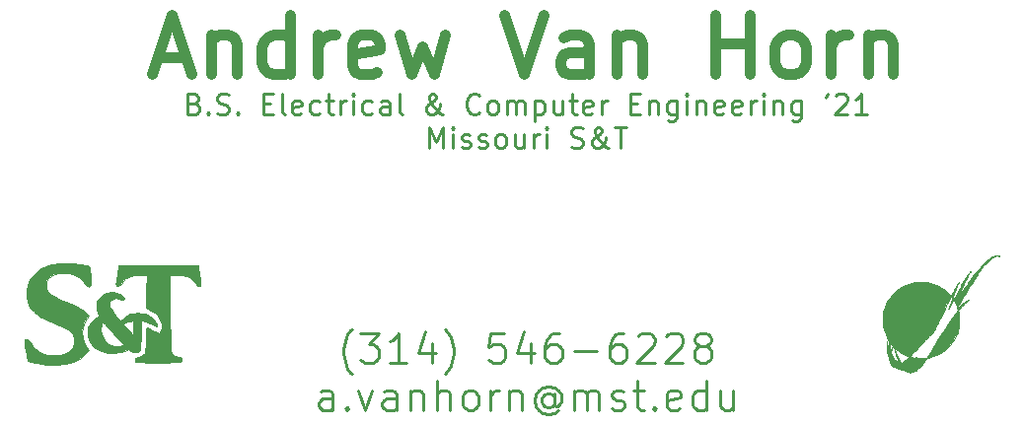
<source format=gbr>
G04 #@! TF.GenerationSoftware,KiCad,Pcbnew,(5.0.2)-1*
G04 #@! TF.CreationDate,2020-06-10T19:57:50-05:00*
G04 #@! TF.ProjectId,BusinessCards,42757369-6e65-4737-9343-617264732e6b,rev?*
G04 #@! TF.SameCoordinates,Original*
G04 #@! TF.FileFunction,Legend,Top*
G04 #@! TF.FilePolarity,Positive*
%FSLAX46Y46*%
G04 Gerber Fmt 4.6, Leading zero omitted, Abs format (unit mm)*
G04 Created by KiCad (PCBNEW (5.0.2)-1) date 6/10/2020 7:57:50 PM*
%MOMM*%
%LPD*%
G01*
G04 APERTURE LIST*
%ADD10C,0.254000*%
%ADD11C,0.952500*%
%ADD12C,0.010000*%
G04 APERTURE END LIST*
D10*
X118787333Y-73342500D02*
X119041333Y-73427166D01*
X119126000Y-73511833D01*
X119210666Y-73681166D01*
X119210666Y-73935166D01*
X119126000Y-74104500D01*
X119041333Y-74189166D01*
X118872000Y-74273833D01*
X118194666Y-74273833D01*
X118194666Y-72495833D01*
X118787333Y-72495833D01*
X118956666Y-72580500D01*
X119041333Y-72665166D01*
X119126000Y-72834500D01*
X119126000Y-73003833D01*
X119041333Y-73173166D01*
X118956666Y-73257833D01*
X118787333Y-73342500D01*
X118194666Y-73342500D01*
X119972666Y-74104500D02*
X120057333Y-74189166D01*
X119972666Y-74273833D01*
X119888000Y-74189166D01*
X119972666Y-74104500D01*
X119972666Y-74273833D01*
X120734666Y-74189166D02*
X120988666Y-74273833D01*
X121412000Y-74273833D01*
X121581333Y-74189166D01*
X121666000Y-74104500D01*
X121750666Y-73935166D01*
X121750666Y-73765833D01*
X121666000Y-73596500D01*
X121581333Y-73511833D01*
X121412000Y-73427166D01*
X121073333Y-73342500D01*
X120904000Y-73257833D01*
X120819333Y-73173166D01*
X120734666Y-73003833D01*
X120734666Y-72834500D01*
X120819333Y-72665166D01*
X120904000Y-72580500D01*
X121073333Y-72495833D01*
X121496666Y-72495833D01*
X121750666Y-72580500D01*
X122512666Y-74104500D02*
X122597333Y-74189166D01*
X122512666Y-74273833D01*
X122428000Y-74189166D01*
X122512666Y-74104500D01*
X122512666Y-74273833D01*
X124714000Y-73342500D02*
X125306666Y-73342500D01*
X125560666Y-74273833D02*
X124714000Y-74273833D01*
X124714000Y-72495833D01*
X125560666Y-72495833D01*
X126576666Y-74273833D02*
X126407333Y-74189166D01*
X126322666Y-74019833D01*
X126322666Y-72495833D01*
X127931333Y-74189166D02*
X127762000Y-74273833D01*
X127423333Y-74273833D01*
X127254000Y-74189166D01*
X127169333Y-74019833D01*
X127169333Y-73342500D01*
X127254000Y-73173166D01*
X127423333Y-73088500D01*
X127762000Y-73088500D01*
X127931333Y-73173166D01*
X128016000Y-73342500D01*
X128016000Y-73511833D01*
X127169333Y-73681166D01*
X129540000Y-74189166D02*
X129370666Y-74273833D01*
X129032000Y-74273833D01*
X128862666Y-74189166D01*
X128778000Y-74104500D01*
X128693333Y-73935166D01*
X128693333Y-73427166D01*
X128778000Y-73257833D01*
X128862666Y-73173166D01*
X129032000Y-73088500D01*
X129370666Y-73088500D01*
X129540000Y-73173166D01*
X130048000Y-73088500D02*
X130725333Y-73088500D01*
X130302000Y-72495833D02*
X130302000Y-74019833D01*
X130386666Y-74189166D01*
X130556000Y-74273833D01*
X130725333Y-74273833D01*
X131318000Y-74273833D02*
X131318000Y-73088500D01*
X131318000Y-73427166D02*
X131402666Y-73257833D01*
X131487333Y-73173166D01*
X131656666Y-73088500D01*
X131826000Y-73088500D01*
X132418666Y-74273833D02*
X132418666Y-73088500D01*
X132418666Y-72495833D02*
X132334000Y-72580500D01*
X132418666Y-72665166D01*
X132503333Y-72580500D01*
X132418666Y-72495833D01*
X132418666Y-72665166D01*
X134027333Y-74189166D02*
X133858000Y-74273833D01*
X133519333Y-74273833D01*
X133350000Y-74189166D01*
X133265333Y-74104500D01*
X133180666Y-73935166D01*
X133180666Y-73427166D01*
X133265333Y-73257833D01*
X133350000Y-73173166D01*
X133519333Y-73088500D01*
X133858000Y-73088500D01*
X134027333Y-73173166D01*
X135551333Y-74273833D02*
X135551333Y-73342500D01*
X135466666Y-73173166D01*
X135297333Y-73088500D01*
X134958666Y-73088500D01*
X134789333Y-73173166D01*
X135551333Y-74189166D02*
X135382000Y-74273833D01*
X134958666Y-74273833D01*
X134789333Y-74189166D01*
X134704666Y-74019833D01*
X134704666Y-73850500D01*
X134789333Y-73681166D01*
X134958666Y-73596500D01*
X135382000Y-73596500D01*
X135551333Y-73511833D01*
X136652000Y-74273833D02*
X136482666Y-74189166D01*
X136398000Y-74019833D01*
X136398000Y-72495833D01*
X140123333Y-74273833D02*
X140038666Y-74273833D01*
X139869333Y-74189166D01*
X139615333Y-73935166D01*
X139192000Y-73427166D01*
X139022666Y-73173166D01*
X138938000Y-72919166D01*
X138938000Y-72749833D01*
X139022666Y-72580500D01*
X139192000Y-72495833D01*
X139276666Y-72495833D01*
X139446000Y-72580500D01*
X139530666Y-72749833D01*
X139530666Y-72834500D01*
X139446000Y-73003833D01*
X139361333Y-73088500D01*
X138853333Y-73427166D01*
X138768666Y-73511833D01*
X138684000Y-73681166D01*
X138684000Y-73935166D01*
X138768666Y-74104500D01*
X138853333Y-74189166D01*
X139022666Y-74273833D01*
X139276666Y-74273833D01*
X139446000Y-74189166D01*
X139530666Y-74104500D01*
X139784666Y-73765833D01*
X139869333Y-73511833D01*
X139869333Y-73342500D01*
X143256000Y-74104500D02*
X143171333Y-74189166D01*
X142917333Y-74273833D01*
X142748000Y-74273833D01*
X142494000Y-74189166D01*
X142324666Y-74019833D01*
X142240000Y-73850500D01*
X142155333Y-73511833D01*
X142155333Y-73257833D01*
X142240000Y-72919166D01*
X142324666Y-72749833D01*
X142494000Y-72580500D01*
X142748000Y-72495833D01*
X142917333Y-72495833D01*
X143171333Y-72580500D01*
X143256000Y-72665166D01*
X144272000Y-74273833D02*
X144102666Y-74189166D01*
X144018000Y-74104500D01*
X143933333Y-73935166D01*
X143933333Y-73427166D01*
X144018000Y-73257833D01*
X144102666Y-73173166D01*
X144272000Y-73088500D01*
X144526000Y-73088500D01*
X144695333Y-73173166D01*
X144780000Y-73257833D01*
X144864666Y-73427166D01*
X144864666Y-73935166D01*
X144780000Y-74104500D01*
X144695333Y-74189166D01*
X144526000Y-74273833D01*
X144272000Y-74273833D01*
X145626666Y-74273833D02*
X145626666Y-73088500D01*
X145626666Y-73257833D02*
X145711333Y-73173166D01*
X145880666Y-73088500D01*
X146134666Y-73088500D01*
X146304000Y-73173166D01*
X146388666Y-73342500D01*
X146388666Y-74273833D01*
X146388666Y-73342500D02*
X146473333Y-73173166D01*
X146642666Y-73088500D01*
X146896666Y-73088500D01*
X147066000Y-73173166D01*
X147150666Y-73342500D01*
X147150666Y-74273833D01*
X147997333Y-73088500D02*
X147997333Y-74866500D01*
X147997333Y-73173166D02*
X148166666Y-73088500D01*
X148505333Y-73088500D01*
X148674666Y-73173166D01*
X148759333Y-73257833D01*
X148844000Y-73427166D01*
X148844000Y-73935166D01*
X148759333Y-74104500D01*
X148674666Y-74189166D01*
X148505333Y-74273833D01*
X148166666Y-74273833D01*
X147997333Y-74189166D01*
X150368000Y-73088500D02*
X150368000Y-74273833D01*
X149606000Y-73088500D02*
X149606000Y-74019833D01*
X149690666Y-74189166D01*
X149860000Y-74273833D01*
X150114000Y-74273833D01*
X150283333Y-74189166D01*
X150368000Y-74104500D01*
X150960666Y-73088500D02*
X151638000Y-73088500D01*
X151214666Y-72495833D02*
X151214666Y-74019833D01*
X151299333Y-74189166D01*
X151468666Y-74273833D01*
X151638000Y-74273833D01*
X152908000Y-74189166D02*
X152738666Y-74273833D01*
X152400000Y-74273833D01*
X152230666Y-74189166D01*
X152146000Y-74019833D01*
X152146000Y-73342500D01*
X152230666Y-73173166D01*
X152400000Y-73088500D01*
X152738666Y-73088500D01*
X152908000Y-73173166D01*
X152992666Y-73342500D01*
X152992666Y-73511833D01*
X152146000Y-73681166D01*
X153754666Y-74273833D02*
X153754666Y-73088500D01*
X153754666Y-73427166D02*
X153839333Y-73257833D01*
X153924000Y-73173166D01*
X154093333Y-73088500D01*
X154262666Y-73088500D01*
X156210000Y-73342500D02*
X156802666Y-73342500D01*
X157056666Y-74273833D02*
X156210000Y-74273833D01*
X156210000Y-72495833D01*
X157056666Y-72495833D01*
X157818666Y-73088500D02*
X157818666Y-74273833D01*
X157818666Y-73257833D02*
X157903333Y-73173166D01*
X158072666Y-73088500D01*
X158326666Y-73088500D01*
X158496000Y-73173166D01*
X158580666Y-73342500D01*
X158580666Y-74273833D01*
X160189333Y-73088500D02*
X160189333Y-74527833D01*
X160104666Y-74697166D01*
X160020000Y-74781833D01*
X159850666Y-74866500D01*
X159596666Y-74866500D01*
X159427333Y-74781833D01*
X160189333Y-74189166D02*
X160020000Y-74273833D01*
X159681333Y-74273833D01*
X159512000Y-74189166D01*
X159427333Y-74104500D01*
X159342666Y-73935166D01*
X159342666Y-73427166D01*
X159427333Y-73257833D01*
X159512000Y-73173166D01*
X159681333Y-73088500D01*
X160020000Y-73088500D01*
X160189333Y-73173166D01*
X161036000Y-74273833D02*
X161036000Y-73088500D01*
X161036000Y-72495833D02*
X160951333Y-72580500D01*
X161036000Y-72665166D01*
X161120666Y-72580500D01*
X161036000Y-72495833D01*
X161036000Y-72665166D01*
X161882666Y-73088500D02*
X161882666Y-74273833D01*
X161882666Y-73257833D02*
X161967333Y-73173166D01*
X162136666Y-73088500D01*
X162390666Y-73088500D01*
X162560000Y-73173166D01*
X162644666Y-73342500D01*
X162644666Y-74273833D01*
X164168666Y-74189166D02*
X163999333Y-74273833D01*
X163660666Y-74273833D01*
X163491333Y-74189166D01*
X163406666Y-74019833D01*
X163406666Y-73342500D01*
X163491333Y-73173166D01*
X163660666Y-73088500D01*
X163999333Y-73088500D01*
X164168666Y-73173166D01*
X164253333Y-73342500D01*
X164253333Y-73511833D01*
X163406666Y-73681166D01*
X165692666Y-74189166D02*
X165523333Y-74273833D01*
X165184666Y-74273833D01*
X165015333Y-74189166D01*
X164930666Y-74019833D01*
X164930666Y-73342500D01*
X165015333Y-73173166D01*
X165184666Y-73088500D01*
X165523333Y-73088500D01*
X165692666Y-73173166D01*
X165777333Y-73342500D01*
X165777333Y-73511833D01*
X164930666Y-73681166D01*
X166539333Y-74273833D02*
X166539333Y-73088500D01*
X166539333Y-73427166D02*
X166624000Y-73257833D01*
X166708666Y-73173166D01*
X166878000Y-73088500D01*
X167047333Y-73088500D01*
X167640000Y-74273833D02*
X167640000Y-73088500D01*
X167640000Y-72495833D02*
X167555333Y-72580500D01*
X167640000Y-72665166D01*
X167724666Y-72580500D01*
X167640000Y-72495833D01*
X167640000Y-72665166D01*
X168486666Y-73088500D02*
X168486666Y-74273833D01*
X168486666Y-73257833D02*
X168571333Y-73173166D01*
X168740666Y-73088500D01*
X168994666Y-73088500D01*
X169164000Y-73173166D01*
X169248666Y-73342500D01*
X169248666Y-74273833D01*
X170857333Y-73088500D02*
X170857333Y-74527833D01*
X170772666Y-74697166D01*
X170688000Y-74781833D01*
X170518666Y-74866500D01*
X170264666Y-74866500D01*
X170095333Y-74781833D01*
X170857333Y-74189166D02*
X170688000Y-74273833D01*
X170349333Y-74273833D01*
X170180000Y-74189166D01*
X170095333Y-74104500D01*
X170010666Y-73935166D01*
X170010666Y-73427166D01*
X170095333Y-73257833D01*
X170180000Y-73173166D01*
X170349333Y-73088500D01*
X170688000Y-73088500D01*
X170857333Y-73173166D01*
X173143333Y-72495833D02*
X172973999Y-72834500D01*
X173820666Y-72665166D02*
X173905333Y-72580500D01*
X174074666Y-72495833D01*
X174497999Y-72495833D01*
X174667333Y-72580500D01*
X174751999Y-72665166D01*
X174836666Y-72834500D01*
X174836666Y-73003833D01*
X174751999Y-73257833D01*
X173735999Y-74273833D01*
X174836666Y-74273833D01*
X176529999Y-74273833D02*
X175513999Y-74273833D01*
X176021999Y-74273833D02*
X176021999Y-72495833D01*
X175852666Y-72749833D01*
X175683333Y-72919166D01*
X175513999Y-73003833D01*
X138980333Y-77194833D02*
X138980333Y-75416833D01*
X139573000Y-76686833D01*
X140165666Y-75416833D01*
X140165666Y-77194833D01*
X141012333Y-77194833D02*
X141012333Y-76009500D01*
X141012333Y-75416833D02*
X140927666Y-75501500D01*
X141012333Y-75586166D01*
X141097000Y-75501500D01*
X141012333Y-75416833D01*
X141012333Y-75586166D01*
X141774333Y-77110166D02*
X141943666Y-77194833D01*
X142282333Y-77194833D01*
X142451666Y-77110166D01*
X142536333Y-76940833D01*
X142536333Y-76856166D01*
X142451666Y-76686833D01*
X142282333Y-76602166D01*
X142028333Y-76602166D01*
X141859000Y-76517500D01*
X141774333Y-76348166D01*
X141774333Y-76263500D01*
X141859000Y-76094166D01*
X142028333Y-76009500D01*
X142282333Y-76009500D01*
X142451666Y-76094166D01*
X143213666Y-77110166D02*
X143383000Y-77194833D01*
X143721666Y-77194833D01*
X143891000Y-77110166D01*
X143975666Y-76940833D01*
X143975666Y-76856166D01*
X143891000Y-76686833D01*
X143721666Y-76602166D01*
X143467666Y-76602166D01*
X143298333Y-76517500D01*
X143213666Y-76348166D01*
X143213666Y-76263500D01*
X143298333Y-76094166D01*
X143467666Y-76009500D01*
X143721666Y-76009500D01*
X143891000Y-76094166D01*
X144991666Y-77194833D02*
X144822333Y-77110166D01*
X144737666Y-77025500D01*
X144653000Y-76856166D01*
X144653000Y-76348166D01*
X144737666Y-76178833D01*
X144822333Y-76094166D01*
X144991666Y-76009500D01*
X145245666Y-76009500D01*
X145415000Y-76094166D01*
X145499666Y-76178833D01*
X145584333Y-76348166D01*
X145584333Y-76856166D01*
X145499666Y-77025500D01*
X145415000Y-77110166D01*
X145245666Y-77194833D01*
X144991666Y-77194833D01*
X147108333Y-76009500D02*
X147108333Y-77194833D01*
X146346333Y-76009500D02*
X146346333Y-76940833D01*
X146431000Y-77110166D01*
X146600333Y-77194833D01*
X146854333Y-77194833D01*
X147023666Y-77110166D01*
X147108333Y-77025500D01*
X147955000Y-77194833D02*
X147955000Y-76009500D01*
X147955000Y-76348166D02*
X148039666Y-76178833D01*
X148124333Y-76094166D01*
X148293666Y-76009500D01*
X148463000Y-76009500D01*
X149055666Y-77194833D02*
X149055666Y-76009500D01*
X149055666Y-75416833D02*
X148971000Y-75501500D01*
X149055666Y-75586166D01*
X149140333Y-75501500D01*
X149055666Y-75416833D01*
X149055666Y-75586166D01*
X151172333Y-77110166D02*
X151426333Y-77194833D01*
X151849666Y-77194833D01*
X152019000Y-77110166D01*
X152103666Y-77025500D01*
X152188333Y-76856166D01*
X152188333Y-76686833D01*
X152103666Y-76517500D01*
X152019000Y-76432833D01*
X151849666Y-76348166D01*
X151511000Y-76263500D01*
X151341666Y-76178833D01*
X151257000Y-76094166D01*
X151172333Y-75924833D01*
X151172333Y-75755500D01*
X151257000Y-75586166D01*
X151341666Y-75501500D01*
X151511000Y-75416833D01*
X151934333Y-75416833D01*
X152188333Y-75501500D01*
X154389666Y-77194833D02*
X154305000Y-77194833D01*
X154135666Y-77110166D01*
X153881666Y-76856166D01*
X153458333Y-76348166D01*
X153289000Y-76094166D01*
X153204333Y-75840166D01*
X153204333Y-75670833D01*
X153289000Y-75501500D01*
X153458333Y-75416833D01*
X153543000Y-75416833D01*
X153712333Y-75501500D01*
X153797000Y-75670833D01*
X153797000Y-75755500D01*
X153712333Y-75924833D01*
X153627666Y-76009500D01*
X153119666Y-76348166D01*
X153035000Y-76432833D01*
X152950333Y-76602166D01*
X152950333Y-76856166D01*
X153035000Y-77025500D01*
X153119666Y-77110166D01*
X153289000Y-77194833D01*
X153543000Y-77194833D01*
X153712333Y-77110166D01*
X153797000Y-77025500D01*
X154051000Y-76686833D01*
X154135666Y-76432833D01*
X154135666Y-76263500D01*
X154897666Y-75416833D02*
X155913666Y-75416833D01*
X155405666Y-77194833D02*
X155405666Y-75416833D01*
D11*
X115630476Y-69426666D02*
X118049523Y-69426666D01*
X115146666Y-70878095D02*
X116840000Y-65798095D01*
X118533333Y-70878095D01*
X120226666Y-67491428D02*
X120226666Y-70878095D01*
X120226666Y-67975238D02*
X120468571Y-67733333D01*
X120952380Y-67491428D01*
X121678095Y-67491428D01*
X122161904Y-67733333D01*
X122403809Y-68217142D01*
X122403809Y-70878095D01*
X127000000Y-70878095D02*
X127000000Y-65798095D01*
X127000000Y-70636190D02*
X126516190Y-70878095D01*
X125548571Y-70878095D01*
X125064761Y-70636190D01*
X124822857Y-70394285D01*
X124580952Y-69910476D01*
X124580952Y-68459047D01*
X124822857Y-67975238D01*
X125064761Y-67733333D01*
X125548571Y-67491428D01*
X126516190Y-67491428D01*
X127000000Y-67733333D01*
X129419047Y-70878095D02*
X129419047Y-67491428D01*
X129419047Y-68459047D02*
X129660952Y-67975238D01*
X129902857Y-67733333D01*
X130386666Y-67491428D01*
X130870476Y-67491428D01*
X134499047Y-70636190D02*
X134015238Y-70878095D01*
X133047619Y-70878095D01*
X132563809Y-70636190D01*
X132321904Y-70152380D01*
X132321904Y-68217142D01*
X132563809Y-67733333D01*
X133047619Y-67491428D01*
X134015238Y-67491428D01*
X134499047Y-67733333D01*
X134740952Y-68217142D01*
X134740952Y-68700952D01*
X132321904Y-69184761D01*
X136434285Y-67491428D02*
X137401904Y-70878095D01*
X138369523Y-68459047D01*
X139337142Y-70878095D01*
X140304761Y-67491428D01*
X145384761Y-65798095D02*
X147078095Y-70878095D01*
X148771428Y-65798095D01*
X152641904Y-70878095D02*
X152641904Y-68217142D01*
X152400000Y-67733333D01*
X151916190Y-67491428D01*
X150948571Y-67491428D01*
X150464761Y-67733333D01*
X152641904Y-70636190D02*
X152158095Y-70878095D01*
X150948571Y-70878095D01*
X150464761Y-70636190D01*
X150222857Y-70152380D01*
X150222857Y-69668571D01*
X150464761Y-69184761D01*
X150948571Y-68942857D01*
X152158095Y-68942857D01*
X152641904Y-68700952D01*
X155060952Y-67491428D02*
X155060952Y-70878095D01*
X155060952Y-67975238D02*
X155302857Y-67733333D01*
X155786666Y-67491428D01*
X156512380Y-67491428D01*
X156996190Y-67733333D01*
X157238095Y-68217142D01*
X157238095Y-70878095D01*
X163527619Y-70878095D02*
X163527619Y-65798095D01*
X163527619Y-68217142D02*
X166430476Y-68217142D01*
X166430476Y-70878095D02*
X166430476Y-65798095D01*
X169575238Y-70878095D02*
X169091428Y-70636190D01*
X168849523Y-70394285D01*
X168607619Y-69910476D01*
X168607619Y-68459047D01*
X168849523Y-67975238D01*
X169091428Y-67733333D01*
X169575238Y-67491428D01*
X170300952Y-67491428D01*
X170784761Y-67733333D01*
X171026666Y-67975238D01*
X171268571Y-68459047D01*
X171268571Y-69910476D01*
X171026666Y-70394285D01*
X170784761Y-70636190D01*
X170300952Y-70878095D01*
X169575238Y-70878095D01*
X173445714Y-70878095D02*
X173445714Y-67491428D01*
X173445714Y-68459047D02*
X173687619Y-67975238D01*
X173929523Y-67733333D01*
X174413333Y-67491428D01*
X174897142Y-67491428D01*
X176590476Y-67491428D02*
X176590476Y-70878095D01*
X176590476Y-67975238D02*
X176832380Y-67733333D01*
X177316190Y-67491428D01*
X178041904Y-67491428D01*
X178525714Y-67733333D01*
X178767619Y-68217142D01*
X178767619Y-70878095D01*
D10*
X132321904Y-96604666D02*
X132200952Y-96483714D01*
X131959047Y-96120857D01*
X131838095Y-95878952D01*
X131717142Y-95516095D01*
X131596190Y-94911333D01*
X131596190Y-94427523D01*
X131717142Y-93822761D01*
X131838095Y-93459904D01*
X131959047Y-93218000D01*
X132200952Y-92855142D01*
X132321904Y-92734190D01*
X133047619Y-93097047D02*
X134620000Y-93097047D01*
X133773333Y-94064666D01*
X134136190Y-94064666D01*
X134378095Y-94185619D01*
X134499047Y-94306571D01*
X134620000Y-94548476D01*
X134620000Y-95153238D01*
X134499047Y-95395142D01*
X134378095Y-95516095D01*
X134136190Y-95637047D01*
X133410476Y-95637047D01*
X133168571Y-95516095D01*
X133047619Y-95395142D01*
X137039047Y-95637047D02*
X135587619Y-95637047D01*
X136313333Y-95637047D02*
X136313333Y-93097047D01*
X136071428Y-93459904D01*
X135829523Y-93701809D01*
X135587619Y-93822761D01*
X139216190Y-93943714D02*
X139216190Y-95637047D01*
X138611428Y-92976095D02*
X138006666Y-94790380D01*
X139579047Y-94790380D01*
X140304761Y-96604666D02*
X140425714Y-96483714D01*
X140667619Y-96120857D01*
X140788571Y-95878952D01*
X140909523Y-95516095D01*
X141030476Y-94911333D01*
X141030476Y-94427523D01*
X140909523Y-93822761D01*
X140788571Y-93459904D01*
X140667619Y-93218000D01*
X140425714Y-92855142D01*
X140304761Y-92734190D01*
X145384761Y-93097047D02*
X144175238Y-93097047D01*
X144054285Y-94306571D01*
X144175238Y-94185619D01*
X144417142Y-94064666D01*
X145021904Y-94064666D01*
X145263809Y-94185619D01*
X145384761Y-94306571D01*
X145505714Y-94548476D01*
X145505714Y-95153238D01*
X145384761Y-95395142D01*
X145263809Y-95516095D01*
X145021904Y-95637047D01*
X144417142Y-95637047D01*
X144175238Y-95516095D01*
X144054285Y-95395142D01*
X147682857Y-93943714D02*
X147682857Y-95637047D01*
X147078095Y-92976095D02*
X146473333Y-94790380D01*
X148045714Y-94790380D01*
X150101904Y-93097047D02*
X149618095Y-93097047D01*
X149376190Y-93218000D01*
X149255238Y-93338952D01*
X149013333Y-93701809D01*
X148892380Y-94185619D01*
X148892380Y-95153238D01*
X149013333Y-95395142D01*
X149134285Y-95516095D01*
X149376190Y-95637047D01*
X149860000Y-95637047D01*
X150101904Y-95516095D01*
X150222857Y-95395142D01*
X150343809Y-95153238D01*
X150343809Y-94548476D01*
X150222857Y-94306571D01*
X150101904Y-94185619D01*
X149860000Y-94064666D01*
X149376190Y-94064666D01*
X149134285Y-94185619D01*
X149013333Y-94306571D01*
X148892380Y-94548476D01*
X151432380Y-94669428D02*
X153367619Y-94669428D01*
X155665714Y-93097047D02*
X155181904Y-93097047D01*
X154940000Y-93218000D01*
X154819047Y-93338952D01*
X154577142Y-93701809D01*
X154456190Y-94185619D01*
X154456190Y-95153238D01*
X154577142Y-95395142D01*
X154698095Y-95516095D01*
X154940000Y-95637047D01*
X155423809Y-95637047D01*
X155665714Y-95516095D01*
X155786666Y-95395142D01*
X155907619Y-95153238D01*
X155907619Y-94548476D01*
X155786666Y-94306571D01*
X155665714Y-94185619D01*
X155423809Y-94064666D01*
X154940000Y-94064666D01*
X154698095Y-94185619D01*
X154577142Y-94306571D01*
X154456190Y-94548476D01*
X156875238Y-93338952D02*
X156996190Y-93218000D01*
X157238095Y-93097047D01*
X157842857Y-93097047D01*
X158084761Y-93218000D01*
X158205714Y-93338952D01*
X158326666Y-93580857D01*
X158326666Y-93822761D01*
X158205714Y-94185619D01*
X156754285Y-95637047D01*
X158326666Y-95637047D01*
X159294285Y-93338952D02*
X159415238Y-93218000D01*
X159657142Y-93097047D01*
X160261904Y-93097047D01*
X160503809Y-93218000D01*
X160624761Y-93338952D01*
X160745714Y-93580857D01*
X160745714Y-93822761D01*
X160624761Y-94185619D01*
X159173333Y-95637047D01*
X160745714Y-95637047D01*
X162197142Y-94185619D02*
X161955238Y-94064666D01*
X161834285Y-93943714D01*
X161713333Y-93701809D01*
X161713333Y-93580857D01*
X161834285Y-93338952D01*
X161955238Y-93218000D01*
X162197142Y-93097047D01*
X162680952Y-93097047D01*
X162922857Y-93218000D01*
X163043809Y-93338952D01*
X163164761Y-93580857D01*
X163164761Y-93701809D01*
X163043809Y-93943714D01*
X162922857Y-94064666D01*
X162680952Y-94185619D01*
X162197142Y-94185619D01*
X161955238Y-94306571D01*
X161834285Y-94427523D01*
X161713333Y-94669428D01*
X161713333Y-95153238D01*
X161834285Y-95395142D01*
X161955238Y-95516095D01*
X162197142Y-95637047D01*
X162680952Y-95637047D01*
X162922857Y-95516095D01*
X163043809Y-95395142D01*
X163164761Y-95153238D01*
X163164761Y-94669428D01*
X163043809Y-94427523D01*
X162922857Y-94306571D01*
X162680952Y-94185619D01*
X130689047Y-99701047D02*
X130689047Y-98370571D01*
X130568095Y-98128666D01*
X130326190Y-98007714D01*
X129842380Y-98007714D01*
X129600476Y-98128666D01*
X130689047Y-99580095D02*
X130447142Y-99701047D01*
X129842380Y-99701047D01*
X129600476Y-99580095D01*
X129479523Y-99338190D01*
X129479523Y-99096285D01*
X129600476Y-98854380D01*
X129842380Y-98733428D01*
X130447142Y-98733428D01*
X130689047Y-98612476D01*
X131898571Y-99459142D02*
X132019523Y-99580095D01*
X131898571Y-99701047D01*
X131777619Y-99580095D01*
X131898571Y-99459142D01*
X131898571Y-99701047D01*
X132866190Y-98007714D02*
X133470952Y-99701047D01*
X134075714Y-98007714D01*
X136131904Y-99701047D02*
X136131904Y-98370571D01*
X136010952Y-98128666D01*
X135769047Y-98007714D01*
X135285238Y-98007714D01*
X135043333Y-98128666D01*
X136131904Y-99580095D02*
X135890000Y-99701047D01*
X135285238Y-99701047D01*
X135043333Y-99580095D01*
X134922380Y-99338190D01*
X134922380Y-99096285D01*
X135043333Y-98854380D01*
X135285238Y-98733428D01*
X135890000Y-98733428D01*
X136131904Y-98612476D01*
X137341428Y-98007714D02*
X137341428Y-99701047D01*
X137341428Y-98249619D02*
X137462380Y-98128666D01*
X137704285Y-98007714D01*
X138067142Y-98007714D01*
X138309047Y-98128666D01*
X138430000Y-98370571D01*
X138430000Y-99701047D01*
X139639523Y-99701047D02*
X139639523Y-97161047D01*
X140728095Y-99701047D02*
X140728095Y-98370571D01*
X140607142Y-98128666D01*
X140365238Y-98007714D01*
X140002380Y-98007714D01*
X139760476Y-98128666D01*
X139639523Y-98249619D01*
X142300476Y-99701047D02*
X142058571Y-99580095D01*
X141937619Y-99459142D01*
X141816666Y-99217238D01*
X141816666Y-98491523D01*
X141937619Y-98249619D01*
X142058571Y-98128666D01*
X142300476Y-98007714D01*
X142663333Y-98007714D01*
X142905238Y-98128666D01*
X143026190Y-98249619D01*
X143147142Y-98491523D01*
X143147142Y-99217238D01*
X143026190Y-99459142D01*
X142905238Y-99580095D01*
X142663333Y-99701047D01*
X142300476Y-99701047D01*
X144235714Y-99701047D02*
X144235714Y-98007714D01*
X144235714Y-98491523D02*
X144356666Y-98249619D01*
X144477619Y-98128666D01*
X144719523Y-98007714D01*
X144961428Y-98007714D01*
X145808095Y-98007714D02*
X145808095Y-99701047D01*
X145808095Y-98249619D02*
X145929047Y-98128666D01*
X146170952Y-98007714D01*
X146533809Y-98007714D01*
X146775714Y-98128666D01*
X146896666Y-98370571D01*
X146896666Y-99701047D01*
X149678571Y-98491523D02*
X149557619Y-98370571D01*
X149315714Y-98249619D01*
X149073809Y-98249619D01*
X148831904Y-98370571D01*
X148710952Y-98491523D01*
X148590000Y-98733428D01*
X148590000Y-98975333D01*
X148710952Y-99217238D01*
X148831904Y-99338190D01*
X149073809Y-99459142D01*
X149315714Y-99459142D01*
X149557619Y-99338190D01*
X149678571Y-99217238D01*
X149678571Y-98249619D02*
X149678571Y-99217238D01*
X149799523Y-99338190D01*
X149920476Y-99338190D01*
X150162380Y-99217238D01*
X150283333Y-98975333D01*
X150283333Y-98370571D01*
X150041428Y-98007714D01*
X149678571Y-97765809D01*
X149194761Y-97644857D01*
X148710952Y-97765809D01*
X148348095Y-98007714D01*
X148106190Y-98370571D01*
X147985238Y-98854380D01*
X148106190Y-99338190D01*
X148348095Y-99701047D01*
X148710952Y-99942952D01*
X149194761Y-100063904D01*
X149678571Y-99942952D01*
X150041428Y-99701047D01*
X151371904Y-99701047D02*
X151371904Y-98007714D01*
X151371904Y-98249619D02*
X151492857Y-98128666D01*
X151734761Y-98007714D01*
X152097619Y-98007714D01*
X152339523Y-98128666D01*
X152460476Y-98370571D01*
X152460476Y-99701047D01*
X152460476Y-98370571D02*
X152581428Y-98128666D01*
X152823333Y-98007714D01*
X153186190Y-98007714D01*
X153428095Y-98128666D01*
X153549047Y-98370571D01*
X153549047Y-99701047D01*
X154637619Y-99580095D02*
X154879523Y-99701047D01*
X155363333Y-99701047D01*
X155605238Y-99580095D01*
X155726190Y-99338190D01*
X155726190Y-99217238D01*
X155605238Y-98975333D01*
X155363333Y-98854380D01*
X155000476Y-98854380D01*
X154758571Y-98733428D01*
X154637619Y-98491523D01*
X154637619Y-98370571D01*
X154758571Y-98128666D01*
X155000476Y-98007714D01*
X155363333Y-98007714D01*
X155605238Y-98128666D01*
X156451904Y-98007714D02*
X157419523Y-98007714D01*
X156814761Y-97161047D02*
X156814761Y-99338190D01*
X156935714Y-99580095D01*
X157177619Y-99701047D01*
X157419523Y-99701047D01*
X158266190Y-99459142D02*
X158387142Y-99580095D01*
X158266190Y-99701047D01*
X158145238Y-99580095D01*
X158266190Y-99459142D01*
X158266190Y-99701047D01*
X160443333Y-99580095D02*
X160201428Y-99701047D01*
X159717619Y-99701047D01*
X159475714Y-99580095D01*
X159354761Y-99338190D01*
X159354761Y-98370571D01*
X159475714Y-98128666D01*
X159717619Y-98007714D01*
X160201428Y-98007714D01*
X160443333Y-98128666D01*
X160564285Y-98370571D01*
X160564285Y-98612476D01*
X159354761Y-98854380D01*
X162741428Y-99701047D02*
X162741428Y-97161047D01*
X162741428Y-99580095D02*
X162499523Y-99701047D01*
X162015714Y-99701047D01*
X161773809Y-99580095D01*
X161652857Y-99459142D01*
X161531904Y-99217238D01*
X161531904Y-98491523D01*
X161652857Y-98249619D01*
X161773809Y-98128666D01*
X162015714Y-98007714D01*
X162499523Y-98007714D01*
X162741428Y-98128666D01*
X165039523Y-98007714D02*
X165039523Y-99701047D01*
X163950952Y-98007714D02*
X163950952Y-99338190D01*
X164071904Y-99580095D01*
X164313809Y-99701047D01*
X164676666Y-99701047D01*
X164918571Y-99580095D01*
X165039523Y-99459142D01*
D12*
G04 #@! TO.C,G\002A\002A\002A*
G36*
X184444354Y-88665025D02*
X184439097Y-88677126D01*
X184422000Y-88702867D01*
X184412190Y-88716756D01*
X184393840Y-88743842D01*
X184375861Y-88773573D01*
X184357125Y-88808325D01*
X184336503Y-88850477D01*
X184312868Y-88902406D01*
X184285091Y-88966489D01*
X184252043Y-89045105D01*
X184222622Y-89116244D01*
X184197600Y-89177670D01*
X184166740Y-89254444D01*
X184131379Y-89343161D01*
X184092855Y-89440415D01*
X184052506Y-89542801D01*
X184011670Y-89646915D01*
X183971686Y-89749352D01*
X183933891Y-89846706D01*
X183899623Y-89935572D01*
X183870220Y-90012545D01*
X183864369Y-90027988D01*
X183853532Y-90056648D01*
X183797220Y-89979539D01*
X183772322Y-89947301D01*
X183751298Y-89923500D01*
X183737057Y-89911255D01*
X183733006Y-89910721D01*
X183727388Y-89920970D01*
X183713808Y-89947788D01*
X183693013Y-89989649D01*
X183665749Y-90045028D01*
X183632761Y-90112401D01*
X183594796Y-90190243D01*
X183552599Y-90277029D01*
X183506917Y-90371233D01*
X183458495Y-90471332D01*
X183439172Y-90511344D01*
X183327921Y-90741675D01*
X183224687Y-90955119D01*
X183128860Y-91152925D01*
X183039831Y-91336337D01*
X182956990Y-91506603D01*
X182879727Y-91664968D01*
X182807434Y-91812678D01*
X182739500Y-91950980D01*
X182675316Y-92081120D01*
X182614273Y-92204344D01*
X182555761Y-92321899D01*
X182499170Y-92435030D01*
X182466958Y-92499170D01*
X182423299Y-92586492D01*
X182386018Y-92661559D01*
X182353790Y-92726093D01*
X182325287Y-92781820D01*
X182299185Y-92830462D01*
X182274158Y-92873744D01*
X182248879Y-92913388D01*
X182222022Y-92951118D01*
X182192263Y-92988659D01*
X182158274Y-93027733D01*
X182118730Y-93070065D01*
X182072305Y-93117378D01*
X182017674Y-93171396D01*
X181953510Y-93233842D01*
X181878487Y-93306440D01*
X181791280Y-93390913D01*
X181750554Y-93430491D01*
X181677095Y-93502369D01*
X181605228Y-93573443D01*
X181536826Y-93641806D01*
X181473766Y-93705553D01*
X181417923Y-93762777D01*
X181371171Y-93811572D01*
X181335386Y-93850031D01*
X181314557Y-93873693D01*
X181257906Y-93940302D01*
X181189212Y-94019063D01*
X181110482Y-94107789D01*
X181023725Y-94204292D01*
X180930952Y-94306383D01*
X180834170Y-94411873D01*
X180735390Y-94518576D01*
X180636620Y-94624303D01*
X180539869Y-94726865D01*
X180447146Y-94824074D01*
X180360461Y-94913743D01*
X180346277Y-94928276D01*
X180298303Y-94977495D01*
X180255468Y-95021708D01*
X180219624Y-95058984D01*
X180192621Y-95087390D01*
X180176311Y-95104992D01*
X180172216Y-95110010D01*
X180184556Y-95114406D01*
X180212514Y-95122450D01*
X180252177Y-95133143D01*
X180299627Y-95145487D01*
X180350951Y-95158484D01*
X180402232Y-95171137D01*
X180449556Y-95182446D01*
X180489007Y-95191415D01*
X180504248Y-95194646D01*
X180568725Y-95206804D01*
X180615584Y-95213207D01*
X180646406Y-95213973D01*
X180662773Y-95209219D01*
X180665197Y-95206583D01*
X180674789Y-95197119D01*
X180696492Y-95178312D01*
X180726665Y-95153264D01*
X180748616Y-95135490D01*
X180826917Y-95072677D01*
X180668457Y-95222133D01*
X180702509Y-95228227D01*
X180762866Y-95236957D01*
X180835208Y-95244029D01*
X180916794Y-95249462D01*
X181004882Y-95253277D01*
X181096733Y-95255494D01*
X181189604Y-95256133D01*
X181280756Y-95255214D01*
X181367446Y-95252757D01*
X181446934Y-95248782D01*
X181516479Y-95243310D01*
X181573339Y-95236359D01*
X181614774Y-95227951D01*
X181632727Y-95221418D01*
X181644207Y-95209573D01*
X181664525Y-95182044D01*
X181692600Y-95140607D01*
X181727347Y-95087034D01*
X181767685Y-95023098D01*
X181812531Y-94950575D01*
X181860802Y-94871236D01*
X181911416Y-94786857D01*
X181963290Y-94699210D01*
X182015340Y-94610069D01*
X182066486Y-94521208D01*
X182115643Y-94434401D01*
X182142313Y-94386601D01*
X182184634Y-94311587D01*
X182230086Y-94233270D01*
X182276021Y-94156062D01*
X182319788Y-94084374D01*
X182358738Y-94022618D01*
X182383502Y-93985020D01*
X182420553Y-93928446D01*
X182463582Y-93859712D01*
X182509202Y-93784417D01*
X182554025Y-93708161D01*
X182594663Y-93636546D01*
X182598729Y-93629199D01*
X182648622Y-93541052D01*
X182697686Y-93459585D01*
X182749448Y-93379318D01*
X182807438Y-93294778D01*
X182873701Y-93202519D01*
X183015597Y-93004263D01*
X183149685Y-92808387D01*
X183279082Y-92610061D01*
X183406904Y-92404452D01*
X183536269Y-92186732D01*
X183596383Y-92082530D01*
X183632454Y-92020546D01*
X183665279Y-91967042D01*
X183697815Y-91917826D01*
X183733021Y-91868706D01*
X183773857Y-91815488D01*
X183823280Y-91753981D01*
X183858523Y-91711068D01*
X183907164Y-91652066D01*
X183955546Y-91593214D01*
X184000927Y-91537860D01*
X184040562Y-91489355D01*
X184071709Y-91451046D01*
X184084674Y-91434981D01*
X184115876Y-91396543D01*
X184155381Y-91348481D01*
X184198496Y-91296473D01*
X184240528Y-91246201D01*
X184247477Y-91237940D01*
X184281700Y-91196501D01*
X184310739Y-91159815D01*
X184332326Y-91130870D01*
X184344192Y-91112651D01*
X184345771Y-91108508D01*
X184343093Y-91093432D01*
X184336201Y-91066033D01*
X184326810Y-91032213D01*
X184316635Y-90997871D01*
X184307392Y-90968911D01*
X184300794Y-90951231D01*
X184299329Y-90948690D01*
X184290563Y-90952755D01*
X184271725Y-90967674D01*
X184248364Y-90988848D01*
X184225194Y-91009726D01*
X184214348Y-91016645D01*
X184216451Y-91009214D01*
X184217004Y-91008301D01*
X184231041Y-90983895D01*
X184248309Y-90951840D01*
X184255121Y-90938666D01*
X184268822Y-90912914D01*
X184277224Y-90902914D01*
X184283840Y-90906376D01*
X184289604Y-90916170D01*
X184295007Y-90924384D01*
X184301831Y-90927199D01*
X184312657Y-90923001D01*
X184330065Y-90910177D01*
X184356635Y-90887111D01*
X184394950Y-90852192D01*
X184401391Y-90846271D01*
X184515022Y-90742673D01*
X184616253Y-90652322D01*
X184706579Y-90573970D01*
X184787496Y-90506370D01*
X184860500Y-90448275D01*
X184927087Y-90398437D01*
X184988751Y-90355609D01*
X184993321Y-90352577D01*
X185075052Y-90301970D01*
X185144989Y-90265945D01*
X185202784Y-90244626D01*
X185248090Y-90238137D01*
X185280559Y-90246601D01*
X185284467Y-90249296D01*
X185295184Y-90258683D01*
X185293189Y-90263267D01*
X185275573Y-90264836D01*
X185258824Y-90265057D01*
X185214065Y-90271695D01*
X185169657Y-90292938D01*
X185167679Y-90294182D01*
X185132515Y-90319027D01*
X185086972Y-90354953D01*
X185034749Y-90398724D01*
X184979548Y-90447107D01*
X184925067Y-90496865D01*
X184875009Y-90544764D01*
X184837708Y-90582646D01*
X184806729Y-90615668D01*
X184767486Y-90658004D01*
X184722037Y-90707385D01*
X184672444Y-90761541D01*
X184620765Y-90818203D01*
X184569062Y-90875101D01*
X184519394Y-90929966D01*
X184473821Y-90980528D01*
X184434403Y-91024518D01*
X184403200Y-91059666D01*
X184382272Y-91083702D01*
X184375407Y-91091970D01*
X184353279Y-91120101D01*
X184380433Y-91242403D01*
X184402739Y-91348631D01*
X184420083Y-91445850D01*
X184433121Y-91539735D01*
X184442510Y-91635962D01*
X184448907Y-91740207D01*
X184452967Y-91858146D01*
X184453309Y-91872675D01*
X184454568Y-92035888D01*
X184450193Y-92184876D01*
X184439664Y-92324830D01*
X184422461Y-92460942D01*
X184398064Y-92598404D01*
X184366284Y-92741041D01*
X184296789Y-92985762D01*
X184208933Y-93223227D01*
X184103423Y-93452470D01*
X183980968Y-93672526D01*
X183842273Y-93882433D01*
X183688045Y-94081224D01*
X183518992Y-94267935D01*
X183335821Y-94441601D01*
X183139239Y-94601259D01*
X182929953Y-94745943D01*
X182868905Y-94783801D01*
X182660556Y-94899464D01*
X182442609Y-95000640D01*
X182218404Y-95086073D01*
X181991279Y-95154505D01*
X181764575Y-95204676D01*
X181740514Y-95208905D01*
X181687739Y-95219648D01*
X181653687Y-95230727D01*
X181637262Y-95242210D01*
X181628155Y-95255197D01*
X181609393Y-95282248D01*
X181582693Y-95320878D01*
X181549771Y-95368602D01*
X181512344Y-95422934D01*
X181482813Y-95465850D01*
X181372638Y-95622266D01*
X181268994Y-95761379D01*
X181170751Y-95884447D01*
X181076779Y-95992726D01*
X180985947Y-96087474D01*
X180897125Y-96169947D01*
X180809182Y-96241404D01*
X180742812Y-96288730D01*
X180684318Y-96324445D01*
X180616978Y-96359842D01*
X180547181Y-96391965D01*
X180481315Y-96417856D01*
X180429843Y-96433591D01*
X180347512Y-96448208D01*
X180258421Y-96454709D01*
X180171323Y-96452792D01*
X180107152Y-96444657D01*
X179988179Y-96411910D01*
X179874155Y-96359740D01*
X179765234Y-96288223D01*
X179727530Y-96257949D01*
X179698427Y-96235286D01*
X179674738Y-96223522D01*
X179647805Y-96219231D01*
X179628662Y-96218815D01*
X179494121Y-96210929D01*
X179357604Y-96188158D01*
X179325137Y-96179346D01*
X180067084Y-96179346D01*
X180080983Y-96188064D01*
X180094032Y-96192139D01*
X180113074Y-96194330D01*
X180146010Y-96195403D01*
X180186677Y-96195200D01*
X180199447Y-96194867D01*
X180258011Y-96190639D01*
X180306335Y-96180911D01*
X180347819Y-96166401D01*
X180415682Y-96135416D01*
X180476414Y-96099932D01*
X180535431Y-96056231D01*
X180598146Y-96000593D01*
X180620380Y-95979172D01*
X180653191Y-95946486D01*
X180677578Y-95921051D01*
X180691736Y-95904852D01*
X180693856Y-95899874D01*
X180691384Y-95901173D01*
X180587616Y-95965621D01*
X180497955Y-96017015D01*
X180421637Y-96055793D01*
X180417984Y-96057489D01*
X180364107Y-96080581D01*
X180302402Y-96104180D01*
X180238451Y-96126408D01*
X180177835Y-96145389D01*
X180126136Y-96159245D01*
X180098927Y-96164782D01*
X180073102Y-96171379D01*
X180067084Y-96179346D01*
X179325137Y-96179346D01*
X179223737Y-96151825D01*
X179097144Y-96103258D01*
X178982453Y-96043782D01*
X178952563Y-96025001D01*
X178917991Y-96004886D01*
X178884010Y-95989252D01*
X178864190Y-95982995D01*
X178838049Y-95975229D01*
X178801308Y-95961201D01*
X178761274Y-95943733D01*
X178755435Y-95940989D01*
X178675123Y-95891914D01*
X178674993Y-95891792D01*
X179652669Y-95891792D01*
X179655999Y-95899751D01*
X179665384Y-95910513D01*
X179667598Y-95912871D01*
X179680158Y-95925256D01*
X179692640Y-95932914D01*
X179708927Y-95935960D01*
X179732900Y-95934512D01*
X179768443Y-95928688D01*
X179819438Y-95918604D01*
X179824370Y-95917603D01*
X179865396Y-95908455D01*
X179912398Y-95896687D01*
X179961741Y-95883374D01*
X180009793Y-95869590D01*
X180052919Y-95856410D01*
X180087485Y-95844909D01*
X180109859Y-95836161D01*
X180116406Y-95831241D01*
X180116398Y-95831234D01*
X180105540Y-95831192D01*
X180079731Y-95834240D01*
X180043757Y-95839770D01*
X180028435Y-95842392D01*
X179984636Y-95849056D01*
X179928173Y-95856162D01*
X179866417Y-95862848D01*
X179808253Y-95868133D01*
X179746417Y-95873179D01*
X179702267Y-95877329D01*
X179673477Y-95881320D01*
X179657719Y-95885895D01*
X179652669Y-95891792D01*
X178674993Y-95891792D01*
X178605487Y-95826567D01*
X178547197Y-95746088D01*
X178500928Y-95651614D01*
X178467349Y-95544284D01*
X178447134Y-95425236D01*
X178446317Y-95417307D01*
X178439253Y-95374136D01*
X178426847Y-95322945D01*
X178411660Y-95274170D01*
X178410179Y-95270079D01*
X178370882Y-95149128D01*
X178365826Y-95129526D01*
X178561464Y-95129526D01*
X178565844Y-95201336D01*
X178570281Y-95245065D01*
X178579317Y-95280917D01*
X178595842Y-95318429D01*
X178608426Y-95341889D01*
X178693855Y-95480070D01*
X178786609Y-95600106D01*
X178887325Y-95702786D01*
X178929447Y-95738741D01*
X178989684Y-95787540D01*
X179054941Y-95781318D01*
X179088933Y-95777561D01*
X179114013Y-95773824D01*
X179124381Y-95771065D01*
X179126532Y-95768362D01*
X179124616Y-95764798D01*
X179115476Y-95758137D01*
X179095958Y-95746146D01*
X179062903Y-95726588D01*
X179054941Y-95721897D01*
X178945216Y-95647962D01*
X178846691Y-95561508D01*
X178757763Y-95460746D01*
X178676828Y-95343886D01*
X178611366Y-95227142D01*
X178561464Y-95129526D01*
X178365826Y-95129526D01*
X178335168Y-95010671D01*
X178303519Y-94857038D01*
X178276418Y-94690562D01*
X178255271Y-94522135D01*
X178250658Y-94469569D01*
X178246788Y-94405612D01*
X178243681Y-94333310D01*
X178241360Y-94255708D01*
X178239845Y-94175852D01*
X178239158Y-94096788D01*
X178239320Y-94021562D01*
X178240352Y-93953219D01*
X178242276Y-93894806D01*
X178245113Y-93849367D01*
X178248885Y-93819949D01*
X178250314Y-93814348D01*
X178255848Y-93799161D01*
X178258923Y-93798391D01*
X178260402Y-93814069D01*
X178261013Y-93839447D01*
X178264272Y-93919211D01*
X178271297Y-94013932D01*
X178281494Y-94118968D01*
X178294270Y-94229675D01*
X178309030Y-94341411D01*
X178325181Y-94449534D01*
X178342129Y-94549399D01*
X178359281Y-94636365D01*
X178367585Y-94672886D01*
X178382925Y-94734030D01*
X178399183Y-94794333D01*
X178415431Y-94850813D01*
X178430742Y-94900483D01*
X178444185Y-94940360D01*
X178454833Y-94967459D01*
X178461756Y-94978795D01*
X178462778Y-94978829D01*
X178471999Y-94962577D01*
X178476609Y-94930652D01*
X178476614Y-94886920D01*
X178472021Y-94835250D01*
X178462838Y-94779507D01*
X178462392Y-94777326D01*
X178447849Y-94702500D01*
X178436032Y-94630880D01*
X178426660Y-94559058D01*
X178419455Y-94483627D01*
X178414137Y-94401177D01*
X178410426Y-94308301D01*
X178408042Y-94201588D01*
X178406875Y-94100475D01*
X178405310Y-93904956D01*
X178463100Y-93904956D01*
X178464065Y-93943967D01*
X178466056Y-93992540D01*
X178468900Y-94047191D01*
X178472423Y-94104434D01*
X178476448Y-94160784D01*
X178480802Y-94212755D01*
X178483567Y-94241028D01*
X178489144Y-94288152D01*
X178496554Y-94342187D01*
X178505138Y-94399193D01*
X178514237Y-94455228D01*
X178523191Y-94506349D01*
X178531341Y-94548616D01*
X178538029Y-94578086D01*
X178541894Y-94589820D01*
X178547315Y-94585742D01*
X178557257Y-94565633D01*
X178570364Y-94532660D01*
X178585276Y-94489990D01*
X178587110Y-94484405D01*
X178609697Y-94417050D01*
X178629895Y-94360489D01*
X178646941Y-94316646D01*
X178660070Y-94287443D01*
X178668519Y-94274805D01*
X178670386Y-94274786D01*
X178670048Y-94285656D01*
X178666049Y-94312247D01*
X178659051Y-94350672D01*
X178649717Y-94397042D01*
X178648777Y-94401514D01*
X178635958Y-94464810D01*
X178622305Y-94536433D01*
X178609804Y-94605785D01*
X178603372Y-94643791D01*
X178583827Y-94763591D01*
X178614335Y-94851183D01*
X178639863Y-94918352D01*
X178671430Y-94992006D01*
X178706376Y-95066616D01*
X178742045Y-95136649D01*
X178775777Y-95196572D01*
X178794609Y-95226304D01*
X178842483Y-95289710D01*
X178900581Y-95355028D01*
X178962813Y-95415937D01*
X179023094Y-95466117D01*
X179031446Y-95472224D01*
X179061831Y-95492204D01*
X179099249Y-95514218D01*
X179139690Y-95536237D01*
X179179144Y-95556235D01*
X179213603Y-95572183D01*
X179239055Y-95582054D01*
X179251493Y-95583821D01*
X179251737Y-95583626D01*
X179249889Y-95573188D01*
X179241208Y-95549359D01*
X179227460Y-95516890D01*
X179224405Y-95510103D01*
X179194765Y-95441892D01*
X179161422Y-95360243D01*
X179126559Y-95270917D01*
X179092359Y-95179672D01*
X179061006Y-95092268D01*
X179034680Y-95014465D01*
X179025005Y-94983953D01*
X179008274Y-94928029D01*
X178990222Y-94864822D01*
X178971662Y-94797489D01*
X178953406Y-94729185D01*
X178936266Y-94663066D01*
X178921055Y-94602286D01*
X178908585Y-94550002D01*
X178899669Y-94509370D01*
X178895118Y-94483544D01*
X178894705Y-94477821D01*
X178898366Y-94481668D01*
X178908576Y-94502189D01*
X178924474Y-94537399D01*
X178945196Y-94585311D01*
X178969879Y-94643941D01*
X178997659Y-94711301D01*
X179018688Y-94763083D01*
X179062776Y-94871436D01*
X179101540Y-94964463D01*
X179136616Y-95045671D01*
X179169643Y-95118567D01*
X179202257Y-95186659D01*
X179236096Y-95253454D01*
X179272797Y-95322459D01*
X179313999Y-95397181D01*
X179318450Y-95405140D01*
X179358493Y-95476135D01*
X179390433Y-95531301D01*
X179415597Y-95572534D01*
X179435313Y-95601731D01*
X179450908Y-95620788D01*
X179463710Y-95631604D01*
X179475047Y-95636074D01*
X179480397Y-95636522D01*
X179498593Y-95631174D01*
X179528575Y-95616741D01*
X179565669Y-95595636D01*
X179593551Y-95578063D01*
X179634474Y-95549906D01*
X179685156Y-95513100D01*
X179739935Y-95471858D01*
X179793148Y-95430393D01*
X179807989Y-95418516D01*
X179817612Y-95410633D01*
X180400238Y-95410633D01*
X180405257Y-95415653D01*
X180410277Y-95410633D01*
X180405257Y-95405613D01*
X180400238Y-95410633D01*
X179817612Y-95410633D01*
X179827974Y-95402145D01*
X180420317Y-95402145D01*
X180427991Y-95400243D01*
X180450931Y-95385534D01*
X180489011Y-95358106D01*
X180542107Y-95318046D01*
X180569033Y-95297337D01*
X180602843Y-95270481D01*
X180629148Y-95248167D01*
X180644858Y-95233107D01*
X180647794Y-95228163D01*
X180638951Y-95232416D01*
X180617924Y-95246606D01*
X180588177Y-95268082D01*
X180553171Y-95294196D01*
X180516370Y-95322300D01*
X180481236Y-95349746D01*
X180451232Y-95373885D01*
X180429822Y-95392068D01*
X180420467Y-95401647D01*
X180420317Y-95402145D01*
X179827974Y-95402145D01*
X179851201Y-95383119D01*
X179898645Y-95343302D01*
X179948022Y-95301099D01*
X179997033Y-95258547D01*
X180043379Y-95217681D01*
X180084763Y-95180537D01*
X180118884Y-95149151D01*
X180143444Y-95125558D01*
X180156145Y-95111794D01*
X180157293Y-95109191D01*
X180147251Y-95104791D01*
X180122082Y-95094955D01*
X180085530Y-95081119D01*
X180041337Y-95064716D01*
X180039079Y-95063885D01*
X179805246Y-94967659D01*
X179579522Y-94854228D01*
X179363262Y-94724596D01*
X179157822Y-94579764D01*
X178964558Y-94420735D01*
X178784825Y-94248509D01*
X178619979Y-94064090D01*
X178528310Y-93947372D01*
X178502959Y-93914100D01*
X178482050Y-93887929D01*
X178468436Y-93872361D01*
X178464952Y-93869566D01*
X178463338Y-93878994D01*
X178463100Y-93904956D01*
X178405310Y-93904956D01*
X178404263Y-93774190D01*
X178337137Y-93663755D01*
X178214614Y-93443020D01*
X178110006Y-93213400D01*
X178023274Y-92974785D01*
X177954383Y-92727064D01*
X177903295Y-92470124D01*
X177879074Y-92293360D01*
X177874394Y-92237450D01*
X177870923Y-92166085D01*
X177868662Y-92083853D01*
X177867611Y-91995343D01*
X177867770Y-91905142D01*
X177869139Y-91817838D01*
X177871718Y-91738019D01*
X177875507Y-91670274D01*
X177879074Y-91630751D01*
X177918469Y-91367095D01*
X177975930Y-91112193D01*
X178051476Y-90866003D01*
X178145126Y-90628476D01*
X178256897Y-90399568D01*
X178386810Y-90179234D01*
X178534882Y-89967427D01*
X178592111Y-89893913D01*
X178643221Y-89833023D01*
X178705479Y-89763573D01*
X178774662Y-89689922D01*
X178846548Y-89616432D01*
X178916915Y-89547463D01*
X178981540Y-89487376D01*
X179009763Y-89462556D01*
X179211679Y-89302277D01*
X179423979Y-89159032D01*
X179645903Y-89033151D01*
X179876689Y-88924966D01*
X180115575Y-88834810D01*
X180361800Y-88763014D01*
X180614602Y-88709910D01*
X180796799Y-88683835D01*
X180871512Y-88677075D01*
X180960570Y-88672082D01*
X181058761Y-88668896D01*
X181160874Y-88667557D01*
X181261697Y-88668107D01*
X181356019Y-88670584D01*
X181438628Y-88675030D01*
X181479487Y-88678564D01*
X181739481Y-88714969D01*
X181991394Y-88769731D01*
X182235439Y-88842937D01*
X182471830Y-88934676D01*
X182700782Y-89045037D01*
X182922508Y-89174107D01*
X183137222Y-89321976D01*
X183251463Y-89410589D01*
X183295285Y-89447702D01*
X183347555Y-89494734D01*
X183405226Y-89548680D01*
X183465251Y-89606536D01*
X183524584Y-89665294D01*
X183580179Y-89721951D01*
X183628989Y-89773500D01*
X183667968Y-89816936D01*
X183688182Y-89841431D01*
X183709422Y-89867891D01*
X183725755Y-89886627D01*
X183733360Y-89893399D01*
X183738913Y-89884841D01*
X183752348Y-89860423D01*
X183772570Y-89822244D01*
X183798484Y-89772406D01*
X183828997Y-89713006D01*
X183863011Y-89646147D01*
X183886248Y-89600146D01*
X183958294Y-89458593D01*
X184027583Y-89325358D01*
X184093514Y-89201480D01*
X184155487Y-89087997D01*
X184212901Y-88985948D01*
X184265157Y-88896372D01*
X184311654Y-88820308D01*
X184351791Y-88758795D01*
X184384969Y-88712872D01*
X184410586Y-88683578D01*
X184420668Y-88675296D01*
X184438102Y-88664953D01*
X184444354Y-88665025D01*
X184444354Y-88665025D01*
G37*
X184444354Y-88665025D02*
X184439097Y-88677126D01*
X184422000Y-88702867D01*
X184412190Y-88716756D01*
X184393840Y-88743842D01*
X184375861Y-88773573D01*
X184357125Y-88808325D01*
X184336503Y-88850477D01*
X184312868Y-88902406D01*
X184285091Y-88966489D01*
X184252043Y-89045105D01*
X184222622Y-89116244D01*
X184197600Y-89177670D01*
X184166740Y-89254444D01*
X184131379Y-89343161D01*
X184092855Y-89440415D01*
X184052506Y-89542801D01*
X184011670Y-89646915D01*
X183971686Y-89749352D01*
X183933891Y-89846706D01*
X183899623Y-89935572D01*
X183870220Y-90012545D01*
X183864369Y-90027988D01*
X183853532Y-90056648D01*
X183797220Y-89979539D01*
X183772322Y-89947301D01*
X183751298Y-89923500D01*
X183737057Y-89911255D01*
X183733006Y-89910721D01*
X183727388Y-89920970D01*
X183713808Y-89947788D01*
X183693013Y-89989649D01*
X183665749Y-90045028D01*
X183632761Y-90112401D01*
X183594796Y-90190243D01*
X183552599Y-90277029D01*
X183506917Y-90371233D01*
X183458495Y-90471332D01*
X183439172Y-90511344D01*
X183327921Y-90741675D01*
X183224687Y-90955119D01*
X183128860Y-91152925D01*
X183039831Y-91336337D01*
X182956990Y-91506603D01*
X182879727Y-91664968D01*
X182807434Y-91812678D01*
X182739500Y-91950980D01*
X182675316Y-92081120D01*
X182614273Y-92204344D01*
X182555761Y-92321899D01*
X182499170Y-92435030D01*
X182466958Y-92499170D01*
X182423299Y-92586492D01*
X182386018Y-92661559D01*
X182353790Y-92726093D01*
X182325287Y-92781820D01*
X182299185Y-92830462D01*
X182274158Y-92873744D01*
X182248879Y-92913388D01*
X182222022Y-92951118D01*
X182192263Y-92988659D01*
X182158274Y-93027733D01*
X182118730Y-93070065D01*
X182072305Y-93117378D01*
X182017674Y-93171396D01*
X181953510Y-93233842D01*
X181878487Y-93306440D01*
X181791280Y-93390913D01*
X181750554Y-93430491D01*
X181677095Y-93502369D01*
X181605228Y-93573443D01*
X181536826Y-93641806D01*
X181473766Y-93705553D01*
X181417923Y-93762777D01*
X181371171Y-93811572D01*
X181335386Y-93850031D01*
X181314557Y-93873693D01*
X181257906Y-93940302D01*
X181189212Y-94019063D01*
X181110482Y-94107789D01*
X181023725Y-94204292D01*
X180930952Y-94306383D01*
X180834170Y-94411873D01*
X180735390Y-94518576D01*
X180636620Y-94624303D01*
X180539869Y-94726865D01*
X180447146Y-94824074D01*
X180360461Y-94913743D01*
X180346277Y-94928276D01*
X180298303Y-94977495D01*
X180255468Y-95021708D01*
X180219624Y-95058984D01*
X180192621Y-95087390D01*
X180176311Y-95104992D01*
X180172216Y-95110010D01*
X180184556Y-95114406D01*
X180212514Y-95122450D01*
X180252177Y-95133143D01*
X180299627Y-95145487D01*
X180350951Y-95158484D01*
X180402232Y-95171137D01*
X180449556Y-95182446D01*
X180489007Y-95191415D01*
X180504248Y-95194646D01*
X180568725Y-95206804D01*
X180615584Y-95213207D01*
X180646406Y-95213973D01*
X180662773Y-95209219D01*
X180665197Y-95206583D01*
X180674789Y-95197119D01*
X180696492Y-95178312D01*
X180726665Y-95153264D01*
X180748616Y-95135490D01*
X180826917Y-95072677D01*
X180668457Y-95222133D01*
X180702509Y-95228227D01*
X180762866Y-95236957D01*
X180835208Y-95244029D01*
X180916794Y-95249462D01*
X181004882Y-95253277D01*
X181096733Y-95255494D01*
X181189604Y-95256133D01*
X181280756Y-95255214D01*
X181367446Y-95252757D01*
X181446934Y-95248782D01*
X181516479Y-95243310D01*
X181573339Y-95236359D01*
X181614774Y-95227951D01*
X181632727Y-95221418D01*
X181644207Y-95209573D01*
X181664525Y-95182044D01*
X181692600Y-95140607D01*
X181727347Y-95087034D01*
X181767685Y-95023098D01*
X181812531Y-94950575D01*
X181860802Y-94871236D01*
X181911416Y-94786857D01*
X181963290Y-94699210D01*
X182015340Y-94610069D01*
X182066486Y-94521208D01*
X182115643Y-94434401D01*
X182142313Y-94386601D01*
X182184634Y-94311587D01*
X182230086Y-94233270D01*
X182276021Y-94156062D01*
X182319788Y-94084374D01*
X182358738Y-94022618D01*
X182383502Y-93985020D01*
X182420553Y-93928446D01*
X182463582Y-93859712D01*
X182509202Y-93784417D01*
X182554025Y-93708161D01*
X182594663Y-93636546D01*
X182598729Y-93629199D01*
X182648622Y-93541052D01*
X182697686Y-93459585D01*
X182749448Y-93379318D01*
X182807438Y-93294778D01*
X182873701Y-93202519D01*
X183015597Y-93004263D01*
X183149685Y-92808387D01*
X183279082Y-92610061D01*
X183406904Y-92404452D01*
X183536269Y-92186732D01*
X183596383Y-92082530D01*
X183632454Y-92020546D01*
X183665279Y-91967042D01*
X183697815Y-91917826D01*
X183733021Y-91868706D01*
X183773857Y-91815488D01*
X183823280Y-91753981D01*
X183858523Y-91711068D01*
X183907164Y-91652066D01*
X183955546Y-91593214D01*
X184000927Y-91537860D01*
X184040562Y-91489355D01*
X184071709Y-91451046D01*
X184084674Y-91434981D01*
X184115876Y-91396543D01*
X184155381Y-91348481D01*
X184198496Y-91296473D01*
X184240528Y-91246201D01*
X184247477Y-91237940D01*
X184281700Y-91196501D01*
X184310739Y-91159815D01*
X184332326Y-91130870D01*
X184344192Y-91112651D01*
X184345771Y-91108508D01*
X184343093Y-91093432D01*
X184336201Y-91066033D01*
X184326810Y-91032213D01*
X184316635Y-90997871D01*
X184307392Y-90968911D01*
X184300794Y-90951231D01*
X184299329Y-90948690D01*
X184290563Y-90952755D01*
X184271725Y-90967674D01*
X184248364Y-90988848D01*
X184225194Y-91009726D01*
X184214348Y-91016645D01*
X184216451Y-91009214D01*
X184217004Y-91008301D01*
X184231041Y-90983895D01*
X184248309Y-90951840D01*
X184255121Y-90938666D01*
X184268822Y-90912914D01*
X184277224Y-90902914D01*
X184283840Y-90906376D01*
X184289604Y-90916170D01*
X184295007Y-90924384D01*
X184301831Y-90927199D01*
X184312657Y-90923001D01*
X184330065Y-90910177D01*
X184356635Y-90887111D01*
X184394950Y-90852192D01*
X184401391Y-90846271D01*
X184515022Y-90742673D01*
X184616253Y-90652322D01*
X184706579Y-90573970D01*
X184787496Y-90506370D01*
X184860500Y-90448275D01*
X184927087Y-90398437D01*
X184988751Y-90355609D01*
X184993321Y-90352577D01*
X185075052Y-90301970D01*
X185144989Y-90265945D01*
X185202784Y-90244626D01*
X185248090Y-90238137D01*
X185280559Y-90246601D01*
X185284467Y-90249296D01*
X185295184Y-90258683D01*
X185293189Y-90263267D01*
X185275573Y-90264836D01*
X185258824Y-90265057D01*
X185214065Y-90271695D01*
X185169657Y-90292938D01*
X185167679Y-90294182D01*
X185132515Y-90319027D01*
X185086972Y-90354953D01*
X185034749Y-90398724D01*
X184979548Y-90447107D01*
X184925067Y-90496865D01*
X184875009Y-90544764D01*
X184837708Y-90582646D01*
X184806729Y-90615668D01*
X184767486Y-90658004D01*
X184722037Y-90707385D01*
X184672444Y-90761541D01*
X184620765Y-90818203D01*
X184569062Y-90875101D01*
X184519394Y-90929966D01*
X184473821Y-90980528D01*
X184434403Y-91024518D01*
X184403200Y-91059666D01*
X184382272Y-91083702D01*
X184375407Y-91091970D01*
X184353279Y-91120101D01*
X184380433Y-91242403D01*
X184402739Y-91348631D01*
X184420083Y-91445850D01*
X184433121Y-91539735D01*
X184442510Y-91635962D01*
X184448907Y-91740207D01*
X184452967Y-91858146D01*
X184453309Y-91872675D01*
X184454568Y-92035888D01*
X184450193Y-92184876D01*
X184439664Y-92324830D01*
X184422461Y-92460942D01*
X184398064Y-92598404D01*
X184366284Y-92741041D01*
X184296789Y-92985762D01*
X184208933Y-93223227D01*
X184103423Y-93452470D01*
X183980968Y-93672526D01*
X183842273Y-93882433D01*
X183688045Y-94081224D01*
X183518992Y-94267935D01*
X183335821Y-94441601D01*
X183139239Y-94601259D01*
X182929953Y-94745943D01*
X182868905Y-94783801D01*
X182660556Y-94899464D01*
X182442609Y-95000640D01*
X182218404Y-95086073D01*
X181991279Y-95154505D01*
X181764575Y-95204676D01*
X181740514Y-95208905D01*
X181687739Y-95219648D01*
X181653687Y-95230727D01*
X181637262Y-95242210D01*
X181628155Y-95255197D01*
X181609393Y-95282248D01*
X181582693Y-95320878D01*
X181549771Y-95368602D01*
X181512344Y-95422934D01*
X181482813Y-95465850D01*
X181372638Y-95622266D01*
X181268994Y-95761379D01*
X181170751Y-95884447D01*
X181076779Y-95992726D01*
X180985947Y-96087474D01*
X180897125Y-96169947D01*
X180809182Y-96241404D01*
X180742812Y-96288730D01*
X180684318Y-96324445D01*
X180616978Y-96359842D01*
X180547181Y-96391965D01*
X180481315Y-96417856D01*
X180429843Y-96433591D01*
X180347512Y-96448208D01*
X180258421Y-96454709D01*
X180171323Y-96452792D01*
X180107152Y-96444657D01*
X179988179Y-96411910D01*
X179874155Y-96359740D01*
X179765234Y-96288223D01*
X179727530Y-96257949D01*
X179698427Y-96235286D01*
X179674738Y-96223522D01*
X179647805Y-96219231D01*
X179628662Y-96218815D01*
X179494121Y-96210929D01*
X179357604Y-96188158D01*
X179325137Y-96179346D01*
X180067084Y-96179346D01*
X180080983Y-96188064D01*
X180094032Y-96192139D01*
X180113074Y-96194330D01*
X180146010Y-96195403D01*
X180186677Y-96195200D01*
X180199447Y-96194867D01*
X180258011Y-96190639D01*
X180306335Y-96180911D01*
X180347819Y-96166401D01*
X180415682Y-96135416D01*
X180476414Y-96099932D01*
X180535431Y-96056231D01*
X180598146Y-96000593D01*
X180620380Y-95979172D01*
X180653191Y-95946486D01*
X180677578Y-95921051D01*
X180691736Y-95904852D01*
X180693856Y-95899874D01*
X180691384Y-95901173D01*
X180587616Y-95965621D01*
X180497955Y-96017015D01*
X180421637Y-96055793D01*
X180417984Y-96057489D01*
X180364107Y-96080581D01*
X180302402Y-96104180D01*
X180238451Y-96126408D01*
X180177835Y-96145389D01*
X180126136Y-96159245D01*
X180098927Y-96164782D01*
X180073102Y-96171379D01*
X180067084Y-96179346D01*
X179325137Y-96179346D01*
X179223737Y-96151825D01*
X179097144Y-96103258D01*
X178982453Y-96043782D01*
X178952563Y-96025001D01*
X178917991Y-96004886D01*
X178884010Y-95989252D01*
X178864190Y-95982995D01*
X178838049Y-95975229D01*
X178801308Y-95961201D01*
X178761274Y-95943733D01*
X178755435Y-95940989D01*
X178675123Y-95891914D01*
X178674993Y-95891792D01*
X179652669Y-95891792D01*
X179655999Y-95899751D01*
X179665384Y-95910513D01*
X179667598Y-95912871D01*
X179680158Y-95925256D01*
X179692640Y-95932914D01*
X179708927Y-95935960D01*
X179732900Y-95934512D01*
X179768443Y-95928688D01*
X179819438Y-95918604D01*
X179824370Y-95917603D01*
X179865396Y-95908455D01*
X179912398Y-95896687D01*
X179961741Y-95883374D01*
X180009793Y-95869590D01*
X180052919Y-95856410D01*
X180087485Y-95844909D01*
X180109859Y-95836161D01*
X180116406Y-95831241D01*
X180116398Y-95831234D01*
X180105540Y-95831192D01*
X180079731Y-95834240D01*
X180043757Y-95839770D01*
X180028435Y-95842392D01*
X179984636Y-95849056D01*
X179928173Y-95856162D01*
X179866417Y-95862848D01*
X179808253Y-95868133D01*
X179746417Y-95873179D01*
X179702267Y-95877329D01*
X179673477Y-95881320D01*
X179657719Y-95885895D01*
X179652669Y-95891792D01*
X178674993Y-95891792D01*
X178605487Y-95826567D01*
X178547197Y-95746088D01*
X178500928Y-95651614D01*
X178467349Y-95544284D01*
X178447134Y-95425236D01*
X178446317Y-95417307D01*
X178439253Y-95374136D01*
X178426847Y-95322945D01*
X178411660Y-95274170D01*
X178410179Y-95270079D01*
X178370882Y-95149128D01*
X178365826Y-95129526D01*
X178561464Y-95129526D01*
X178565844Y-95201336D01*
X178570281Y-95245065D01*
X178579317Y-95280917D01*
X178595842Y-95318429D01*
X178608426Y-95341889D01*
X178693855Y-95480070D01*
X178786609Y-95600106D01*
X178887325Y-95702786D01*
X178929447Y-95738741D01*
X178989684Y-95787540D01*
X179054941Y-95781318D01*
X179088933Y-95777561D01*
X179114013Y-95773824D01*
X179124381Y-95771065D01*
X179126532Y-95768362D01*
X179124616Y-95764798D01*
X179115476Y-95758137D01*
X179095958Y-95746146D01*
X179062903Y-95726588D01*
X179054941Y-95721897D01*
X178945216Y-95647962D01*
X178846691Y-95561508D01*
X178757763Y-95460746D01*
X178676828Y-95343886D01*
X178611366Y-95227142D01*
X178561464Y-95129526D01*
X178365826Y-95129526D01*
X178335168Y-95010671D01*
X178303519Y-94857038D01*
X178276418Y-94690562D01*
X178255271Y-94522135D01*
X178250658Y-94469569D01*
X178246788Y-94405612D01*
X178243681Y-94333310D01*
X178241360Y-94255708D01*
X178239845Y-94175852D01*
X178239158Y-94096788D01*
X178239320Y-94021562D01*
X178240352Y-93953219D01*
X178242276Y-93894806D01*
X178245113Y-93849367D01*
X178248885Y-93819949D01*
X178250314Y-93814348D01*
X178255848Y-93799161D01*
X178258923Y-93798391D01*
X178260402Y-93814069D01*
X178261013Y-93839447D01*
X178264272Y-93919211D01*
X178271297Y-94013932D01*
X178281494Y-94118968D01*
X178294270Y-94229675D01*
X178309030Y-94341411D01*
X178325181Y-94449534D01*
X178342129Y-94549399D01*
X178359281Y-94636365D01*
X178367585Y-94672886D01*
X178382925Y-94734030D01*
X178399183Y-94794333D01*
X178415431Y-94850813D01*
X178430742Y-94900483D01*
X178444185Y-94940360D01*
X178454833Y-94967459D01*
X178461756Y-94978795D01*
X178462778Y-94978829D01*
X178471999Y-94962577D01*
X178476609Y-94930652D01*
X178476614Y-94886920D01*
X178472021Y-94835250D01*
X178462838Y-94779507D01*
X178462392Y-94777326D01*
X178447849Y-94702500D01*
X178436032Y-94630880D01*
X178426660Y-94559058D01*
X178419455Y-94483627D01*
X178414137Y-94401177D01*
X178410426Y-94308301D01*
X178408042Y-94201588D01*
X178406875Y-94100475D01*
X178405310Y-93904956D01*
X178463100Y-93904956D01*
X178464065Y-93943967D01*
X178466056Y-93992540D01*
X178468900Y-94047191D01*
X178472423Y-94104434D01*
X178476448Y-94160784D01*
X178480802Y-94212755D01*
X178483567Y-94241028D01*
X178489144Y-94288152D01*
X178496554Y-94342187D01*
X178505138Y-94399193D01*
X178514237Y-94455228D01*
X178523191Y-94506349D01*
X178531341Y-94548616D01*
X178538029Y-94578086D01*
X178541894Y-94589820D01*
X178547315Y-94585742D01*
X178557257Y-94565633D01*
X178570364Y-94532660D01*
X178585276Y-94489990D01*
X178587110Y-94484405D01*
X178609697Y-94417050D01*
X178629895Y-94360489D01*
X178646941Y-94316646D01*
X178660070Y-94287443D01*
X178668519Y-94274805D01*
X178670386Y-94274786D01*
X178670048Y-94285656D01*
X178666049Y-94312247D01*
X178659051Y-94350672D01*
X178649717Y-94397042D01*
X178648777Y-94401514D01*
X178635958Y-94464810D01*
X178622305Y-94536433D01*
X178609804Y-94605785D01*
X178603372Y-94643791D01*
X178583827Y-94763591D01*
X178614335Y-94851183D01*
X178639863Y-94918352D01*
X178671430Y-94992006D01*
X178706376Y-95066616D01*
X178742045Y-95136649D01*
X178775777Y-95196572D01*
X178794609Y-95226304D01*
X178842483Y-95289710D01*
X178900581Y-95355028D01*
X178962813Y-95415937D01*
X179023094Y-95466117D01*
X179031446Y-95472224D01*
X179061831Y-95492204D01*
X179099249Y-95514218D01*
X179139690Y-95536237D01*
X179179144Y-95556235D01*
X179213603Y-95572183D01*
X179239055Y-95582054D01*
X179251493Y-95583821D01*
X179251737Y-95583626D01*
X179249889Y-95573188D01*
X179241208Y-95549359D01*
X179227460Y-95516890D01*
X179224405Y-95510103D01*
X179194765Y-95441892D01*
X179161422Y-95360243D01*
X179126559Y-95270917D01*
X179092359Y-95179672D01*
X179061006Y-95092268D01*
X179034680Y-95014465D01*
X179025005Y-94983953D01*
X179008274Y-94928029D01*
X178990222Y-94864822D01*
X178971662Y-94797489D01*
X178953406Y-94729185D01*
X178936266Y-94663066D01*
X178921055Y-94602286D01*
X178908585Y-94550002D01*
X178899669Y-94509370D01*
X178895118Y-94483544D01*
X178894705Y-94477821D01*
X178898366Y-94481668D01*
X178908576Y-94502189D01*
X178924474Y-94537399D01*
X178945196Y-94585311D01*
X178969879Y-94643941D01*
X178997659Y-94711301D01*
X179018688Y-94763083D01*
X179062776Y-94871436D01*
X179101540Y-94964463D01*
X179136616Y-95045671D01*
X179169643Y-95118567D01*
X179202257Y-95186659D01*
X179236096Y-95253454D01*
X179272797Y-95322459D01*
X179313999Y-95397181D01*
X179318450Y-95405140D01*
X179358493Y-95476135D01*
X179390433Y-95531301D01*
X179415597Y-95572534D01*
X179435313Y-95601731D01*
X179450908Y-95620788D01*
X179463710Y-95631604D01*
X179475047Y-95636074D01*
X179480397Y-95636522D01*
X179498593Y-95631174D01*
X179528575Y-95616741D01*
X179565669Y-95595636D01*
X179593551Y-95578063D01*
X179634474Y-95549906D01*
X179685156Y-95513100D01*
X179739935Y-95471858D01*
X179793148Y-95430393D01*
X179807989Y-95418516D01*
X179817612Y-95410633D01*
X180400238Y-95410633D01*
X180405257Y-95415653D01*
X180410277Y-95410633D01*
X180405257Y-95405613D01*
X180400238Y-95410633D01*
X179817612Y-95410633D01*
X179827974Y-95402145D01*
X180420317Y-95402145D01*
X180427991Y-95400243D01*
X180450931Y-95385534D01*
X180489011Y-95358106D01*
X180542107Y-95318046D01*
X180569033Y-95297337D01*
X180602843Y-95270481D01*
X180629148Y-95248167D01*
X180644858Y-95233107D01*
X180647794Y-95228163D01*
X180638951Y-95232416D01*
X180617924Y-95246606D01*
X180588177Y-95268082D01*
X180553171Y-95294196D01*
X180516370Y-95322300D01*
X180481236Y-95349746D01*
X180451232Y-95373885D01*
X180429822Y-95392068D01*
X180420467Y-95401647D01*
X180420317Y-95402145D01*
X179827974Y-95402145D01*
X179851201Y-95383119D01*
X179898645Y-95343302D01*
X179948022Y-95301099D01*
X179997033Y-95258547D01*
X180043379Y-95217681D01*
X180084763Y-95180537D01*
X180118884Y-95149151D01*
X180143444Y-95125558D01*
X180156145Y-95111794D01*
X180157293Y-95109191D01*
X180147251Y-95104791D01*
X180122082Y-95094955D01*
X180085530Y-95081119D01*
X180041337Y-95064716D01*
X180039079Y-95063885D01*
X179805246Y-94967659D01*
X179579522Y-94854228D01*
X179363262Y-94724596D01*
X179157822Y-94579764D01*
X178964558Y-94420735D01*
X178784825Y-94248509D01*
X178619979Y-94064090D01*
X178528310Y-93947372D01*
X178502959Y-93914100D01*
X178482050Y-93887929D01*
X178468436Y-93872361D01*
X178464952Y-93869566D01*
X178463338Y-93878994D01*
X178463100Y-93904956D01*
X178405310Y-93904956D01*
X178404263Y-93774190D01*
X178337137Y-93663755D01*
X178214614Y-93443020D01*
X178110006Y-93213400D01*
X178023274Y-92974785D01*
X177954383Y-92727064D01*
X177903295Y-92470124D01*
X177879074Y-92293360D01*
X177874394Y-92237450D01*
X177870923Y-92166085D01*
X177868662Y-92083853D01*
X177867611Y-91995343D01*
X177867770Y-91905142D01*
X177869139Y-91817838D01*
X177871718Y-91738019D01*
X177875507Y-91670274D01*
X177879074Y-91630751D01*
X177918469Y-91367095D01*
X177975930Y-91112193D01*
X178051476Y-90866003D01*
X178145126Y-90628476D01*
X178256897Y-90399568D01*
X178386810Y-90179234D01*
X178534882Y-89967427D01*
X178592111Y-89893913D01*
X178643221Y-89833023D01*
X178705479Y-89763573D01*
X178774662Y-89689922D01*
X178846548Y-89616432D01*
X178916915Y-89547463D01*
X178981540Y-89487376D01*
X179009763Y-89462556D01*
X179211679Y-89302277D01*
X179423979Y-89159032D01*
X179645903Y-89033151D01*
X179876689Y-88924966D01*
X180115575Y-88834810D01*
X180361800Y-88763014D01*
X180614602Y-88709910D01*
X180796799Y-88683835D01*
X180871512Y-88677075D01*
X180960570Y-88672082D01*
X181058761Y-88668896D01*
X181160874Y-88667557D01*
X181261697Y-88668107D01*
X181356019Y-88670584D01*
X181438628Y-88675030D01*
X181479487Y-88678564D01*
X181739481Y-88714969D01*
X181991394Y-88769731D01*
X182235439Y-88842937D01*
X182471830Y-88934676D01*
X182700782Y-89045037D01*
X182922508Y-89174107D01*
X183137222Y-89321976D01*
X183251463Y-89410589D01*
X183295285Y-89447702D01*
X183347555Y-89494734D01*
X183405226Y-89548680D01*
X183465251Y-89606536D01*
X183524584Y-89665294D01*
X183580179Y-89721951D01*
X183628989Y-89773500D01*
X183667968Y-89816936D01*
X183688182Y-89841431D01*
X183709422Y-89867891D01*
X183725755Y-89886627D01*
X183733360Y-89893399D01*
X183738913Y-89884841D01*
X183752348Y-89860423D01*
X183772570Y-89822244D01*
X183798484Y-89772406D01*
X183828997Y-89713006D01*
X183863011Y-89646147D01*
X183886248Y-89600146D01*
X183958294Y-89458593D01*
X184027583Y-89325358D01*
X184093514Y-89201480D01*
X184155487Y-89087997D01*
X184212901Y-88985948D01*
X184265157Y-88896372D01*
X184311654Y-88820308D01*
X184351791Y-88758795D01*
X184384969Y-88712872D01*
X184410586Y-88683578D01*
X184420668Y-88675296D01*
X184438102Y-88664953D01*
X184444354Y-88665025D01*
G36*
X183502451Y-91023360D02*
X183497431Y-91028380D01*
X183492411Y-91023360D01*
X183497431Y-91018340D01*
X183502451Y-91023360D01*
X183502451Y-91023360D01*
G37*
X183502451Y-91023360D02*
X183497431Y-91028380D01*
X183492411Y-91023360D01*
X183497431Y-91018340D01*
X183502451Y-91023360D01*
G36*
X187734611Y-86426769D02*
X187800325Y-86436247D01*
X187853830Y-86451802D01*
X187861991Y-86455335D01*
X187894743Y-86470513D01*
X187864625Y-86465418D01*
X187759801Y-86453662D01*
X187661617Y-86454445D01*
X187574532Y-86467718D01*
X187570937Y-86468611D01*
X187469457Y-86501983D01*
X187363707Y-86551990D01*
X187253329Y-86618926D01*
X187137959Y-86703084D01*
X187017239Y-86804758D01*
X186890807Y-86924241D01*
X186758302Y-87061827D01*
X186619364Y-87217810D01*
X186550131Y-87299484D01*
X186485990Y-87376949D01*
X186424712Y-87452490D01*
X186365339Y-87527494D01*
X186306908Y-87603349D01*
X186248460Y-87681443D01*
X186189035Y-87763164D01*
X186127672Y-87849901D01*
X186063412Y-87943042D01*
X185995293Y-88043974D01*
X185922356Y-88154086D01*
X185843640Y-88274766D01*
X185758185Y-88407402D01*
X185665032Y-88553382D01*
X185563218Y-88714094D01*
X185477657Y-88849803D01*
X185282545Y-89164436D01*
X185094882Y-89476350D01*
X184917685Y-89780508D01*
X184873089Y-89858775D01*
X184832787Y-89929489D01*
X184786095Y-90010819D01*
X184736858Y-90096107D01*
X184688919Y-90178695D01*
X184646857Y-90250674D01*
X184604962Y-90322491D01*
X184559005Y-90402024D01*
X184512534Y-90483086D01*
X184469095Y-90559487D01*
X184432235Y-90625041D01*
X184431056Y-90627156D01*
X184399267Y-90684093D01*
X184369110Y-90737926D01*
X184342591Y-90785088D01*
X184321717Y-90822012D01*
X184308493Y-90845129D01*
X184308077Y-90845844D01*
X184282822Y-90889198D01*
X184243847Y-90785607D01*
X184223404Y-90734375D01*
X184197989Y-90675534D01*
X184168877Y-90611588D01*
X184137341Y-90545037D01*
X184104658Y-90478382D01*
X184072103Y-90414126D01*
X184040949Y-90354768D01*
X184012473Y-90302811D01*
X183987950Y-90260756D01*
X183968654Y-90231104D01*
X183955860Y-90216357D01*
X183953081Y-90215178D01*
X183946335Y-90223572D01*
X183931854Y-90246847D01*
X183911309Y-90282146D01*
X183886370Y-90326609D01*
X183863609Y-90368281D01*
X183826856Y-90436074D01*
X183787446Y-90508307D01*
X183746579Y-90582820D01*
X183705455Y-90657458D01*
X183665274Y-90730062D01*
X183627236Y-90798475D01*
X183592542Y-90860539D01*
X183562392Y-90914098D01*
X183537986Y-90956993D01*
X183520524Y-90987067D01*
X183511207Y-91002163D01*
X183510350Y-91003281D01*
X183509653Y-90998874D01*
X183514990Y-90979080D01*
X183525345Y-90947314D01*
X183535701Y-90917945D01*
X183560852Y-90848839D01*
X183588809Y-90772605D01*
X183618773Y-90691372D01*
X183649946Y-90607267D01*
X183681528Y-90522420D01*
X183712720Y-90438958D01*
X183742723Y-90359010D01*
X183770739Y-90284705D01*
X183795966Y-90218170D01*
X183817608Y-90161535D01*
X183834864Y-90116927D01*
X183846936Y-90086475D01*
X183853024Y-90072307D01*
X183853455Y-90071613D01*
X183861923Y-90075539D01*
X183877805Y-90093113D01*
X183898061Y-90120842D01*
X183903705Y-90129340D01*
X183924646Y-90160290D01*
X183941714Y-90183329D01*
X183951855Y-90194390D01*
X183952899Y-90194812D01*
X183959255Y-90186266D01*
X183973546Y-90162483D01*
X183994341Y-90125993D01*
X184020212Y-90079322D01*
X184049730Y-90024996D01*
X184064664Y-89997148D01*
X184099835Y-89931663D01*
X184141945Y-89853853D01*
X184188151Y-89768931D01*
X184235615Y-89682110D01*
X184281494Y-89598602D01*
X184309343Y-89548166D01*
X184349768Y-89475007D01*
X184397255Y-89388862D01*
X184449250Y-89294376D01*
X184503202Y-89196191D01*
X184556558Y-89098949D01*
X184606766Y-89007295D01*
X184624269Y-88975297D01*
X184705620Y-88827700D01*
X184785524Y-88685022D01*
X184863118Y-88548716D01*
X184937536Y-88420233D01*
X185007911Y-88301026D01*
X185073379Y-88192547D01*
X185133074Y-88096248D01*
X185186131Y-88013581D01*
X185231683Y-87945998D01*
X185266089Y-87898561D01*
X185314284Y-87840448D01*
X185357268Y-87798666D01*
X185394327Y-87773611D01*
X185424750Y-87765683D01*
X185447825Y-87775278D01*
X185458547Y-87791105D01*
X185468486Y-87817923D01*
X185470196Y-87833690D01*
X185464540Y-87835795D01*
X185452379Y-87821630D01*
X185449813Y-87817557D01*
X185430440Y-87794026D01*
X185412440Y-87787450D01*
X185412202Y-87787492D01*
X185393334Y-87799535D01*
X185367203Y-87829608D01*
X185334126Y-87877147D01*
X185294420Y-87941588D01*
X185248404Y-88022369D01*
X185196393Y-88118925D01*
X185138707Y-88230694D01*
X185075662Y-88357113D01*
X185007576Y-88497616D01*
X184983278Y-88548617D01*
X184959348Y-88599608D01*
X184930141Y-88662769D01*
X184896391Y-88736448D01*
X184858833Y-88818993D01*
X184818202Y-88908752D01*
X184775233Y-89004073D01*
X184730660Y-89103302D01*
X184685220Y-89204789D01*
X184639646Y-89306880D01*
X184594674Y-89407923D01*
X184551038Y-89506266D01*
X184509474Y-89600257D01*
X184470715Y-89688244D01*
X184435499Y-89768573D01*
X184404558Y-89839594D01*
X184378628Y-89899653D01*
X184358444Y-89947099D01*
X184344741Y-89980279D01*
X184338254Y-89997541D01*
X184337874Y-89999666D01*
X184344020Y-89992482D01*
X184359760Y-89970835D01*
X184383536Y-89936958D01*
X184413791Y-89893087D01*
X184448968Y-89841456D01*
X184476285Y-89801006D01*
X184521822Y-89733757D01*
X184575733Y-89654848D01*
X184636643Y-89566245D01*
X184703175Y-89469915D01*
X184773953Y-89367824D01*
X184847602Y-89261937D01*
X184922745Y-89154222D01*
X184998006Y-89046642D01*
X185072009Y-88941166D01*
X185143378Y-88839758D01*
X185210736Y-88744385D01*
X185272709Y-88657013D01*
X185327919Y-88579608D01*
X185374991Y-88514135D01*
X185412548Y-88462562D01*
X185423143Y-88448222D01*
X185606410Y-88204530D01*
X185781183Y-87978455D01*
X185947843Y-87769603D01*
X186106766Y-87577578D01*
X186258334Y-87401985D01*
X186402924Y-87242429D01*
X186540915Y-87098515D01*
X186672686Y-86969847D01*
X186798617Y-86856031D01*
X186919087Y-86756671D01*
X187034473Y-86671373D01*
X187145156Y-86599741D01*
X187251514Y-86541379D01*
X187252214Y-86541032D01*
X187331495Y-86503195D01*
X187398971Y-86474791D01*
X187459587Y-86454175D01*
X187518283Y-86439703D01*
X187580003Y-86429731D01*
X187590606Y-86428429D01*
X187662700Y-86423964D01*
X187734611Y-86426769D01*
X187734611Y-86426769D01*
G37*
X187734611Y-86426769D02*
X187800325Y-86436247D01*
X187853830Y-86451802D01*
X187861991Y-86455335D01*
X187894743Y-86470513D01*
X187864625Y-86465418D01*
X187759801Y-86453662D01*
X187661617Y-86454445D01*
X187574532Y-86467718D01*
X187570937Y-86468611D01*
X187469457Y-86501983D01*
X187363707Y-86551990D01*
X187253329Y-86618926D01*
X187137959Y-86703084D01*
X187017239Y-86804758D01*
X186890807Y-86924241D01*
X186758302Y-87061827D01*
X186619364Y-87217810D01*
X186550131Y-87299484D01*
X186485990Y-87376949D01*
X186424712Y-87452490D01*
X186365339Y-87527494D01*
X186306908Y-87603349D01*
X186248460Y-87681443D01*
X186189035Y-87763164D01*
X186127672Y-87849901D01*
X186063412Y-87943042D01*
X185995293Y-88043974D01*
X185922356Y-88154086D01*
X185843640Y-88274766D01*
X185758185Y-88407402D01*
X185665032Y-88553382D01*
X185563218Y-88714094D01*
X185477657Y-88849803D01*
X185282545Y-89164436D01*
X185094882Y-89476350D01*
X184917685Y-89780508D01*
X184873089Y-89858775D01*
X184832787Y-89929489D01*
X184786095Y-90010819D01*
X184736858Y-90096107D01*
X184688919Y-90178695D01*
X184646857Y-90250674D01*
X184604962Y-90322491D01*
X184559005Y-90402024D01*
X184512534Y-90483086D01*
X184469095Y-90559487D01*
X184432235Y-90625041D01*
X184431056Y-90627156D01*
X184399267Y-90684093D01*
X184369110Y-90737926D01*
X184342591Y-90785088D01*
X184321717Y-90822012D01*
X184308493Y-90845129D01*
X184308077Y-90845844D01*
X184282822Y-90889198D01*
X184243847Y-90785607D01*
X184223404Y-90734375D01*
X184197989Y-90675534D01*
X184168877Y-90611588D01*
X184137341Y-90545037D01*
X184104658Y-90478382D01*
X184072103Y-90414126D01*
X184040949Y-90354768D01*
X184012473Y-90302811D01*
X183987950Y-90260756D01*
X183968654Y-90231104D01*
X183955860Y-90216357D01*
X183953081Y-90215178D01*
X183946335Y-90223572D01*
X183931854Y-90246847D01*
X183911309Y-90282146D01*
X183886370Y-90326609D01*
X183863609Y-90368281D01*
X183826856Y-90436074D01*
X183787446Y-90508307D01*
X183746579Y-90582820D01*
X183705455Y-90657458D01*
X183665274Y-90730062D01*
X183627236Y-90798475D01*
X183592542Y-90860539D01*
X183562392Y-90914098D01*
X183537986Y-90956993D01*
X183520524Y-90987067D01*
X183511207Y-91002163D01*
X183510350Y-91003281D01*
X183509653Y-90998874D01*
X183514990Y-90979080D01*
X183525345Y-90947314D01*
X183535701Y-90917945D01*
X183560852Y-90848839D01*
X183588809Y-90772605D01*
X183618773Y-90691372D01*
X183649946Y-90607267D01*
X183681528Y-90522420D01*
X183712720Y-90438958D01*
X183742723Y-90359010D01*
X183770739Y-90284705D01*
X183795966Y-90218170D01*
X183817608Y-90161535D01*
X183834864Y-90116927D01*
X183846936Y-90086475D01*
X183853024Y-90072307D01*
X183853455Y-90071613D01*
X183861923Y-90075539D01*
X183877805Y-90093113D01*
X183898061Y-90120842D01*
X183903705Y-90129340D01*
X183924646Y-90160290D01*
X183941714Y-90183329D01*
X183951855Y-90194390D01*
X183952899Y-90194812D01*
X183959255Y-90186266D01*
X183973546Y-90162483D01*
X183994341Y-90125993D01*
X184020212Y-90079322D01*
X184049730Y-90024996D01*
X184064664Y-89997148D01*
X184099835Y-89931663D01*
X184141945Y-89853853D01*
X184188151Y-89768931D01*
X184235615Y-89682110D01*
X184281494Y-89598602D01*
X184309343Y-89548166D01*
X184349768Y-89475007D01*
X184397255Y-89388862D01*
X184449250Y-89294376D01*
X184503202Y-89196191D01*
X184556558Y-89098949D01*
X184606766Y-89007295D01*
X184624269Y-88975297D01*
X184705620Y-88827700D01*
X184785524Y-88685022D01*
X184863118Y-88548716D01*
X184937536Y-88420233D01*
X185007911Y-88301026D01*
X185073379Y-88192547D01*
X185133074Y-88096248D01*
X185186131Y-88013581D01*
X185231683Y-87945998D01*
X185266089Y-87898561D01*
X185314284Y-87840448D01*
X185357268Y-87798666D01*
X185394327Y-87773611D01*
X185424750Y-87765683D01*
X185447825Y-87775278D01*
X185458547Y-87791105D01*
X185468486Y-87817923D01*
X185470196Y-87833690D01*
X185464540Y-87835795D01*
X185452379Y-87821630D01*
X185449813Y-87817557D01*
X185430440Y-87794026D01*
X185412440Y-87787450D01*
X185412202Y-87787492D01*
X185393334Y-87799535D01*
X185367203Y-87829608D01*
X185334126Y-87877147D01*
X185294420Y-87941588D01*
X185248404Y-88022369D01*
X185196393Y-88118925D01*
X185138707Y-88230694D01*
X185075662Y-88357113D01*
X185007576Y-88497616D01*
X184983278Y-88548617D01*
X184959348Y-88599608D01*
X184930141Y-88662769D01*
X184896391Y-88736448D01*
X184858833Y-88818993D01*
X184818202Y-88908752D01*
X184775233Y-89004073D01*
X184730660Y-89103302D01*
X184685220Y-89204789D01*
X184639646Y-89306880D01*
X184594674Y-89407923D01*
X184551038Y-89506266D01*
X184509474Y-89600257D01*
X184470715Y-89688244D01*
X184435499Y-89768573D01*
X184404558Y-89839594D01*
X184378628Y-89899653D01*
X184358444Y-89947099D01*
X184344741Y-89980279D01*
X184338254Y-89997541D01*
X184337874Y-89999666D01*
X184344020Y-89992482D01*
X184359760Y-89970835D01*
X184383536Y-89936958D01*
X184413791Y-89893087D01*
X184448968Y-89841456D01*
X184476285Y-89801006D01*
X184521822Y-89733757D01*
X184575733Y-89654848D01*
X184636643Y-89566245D01*
X184703175Y-89469915D01*
X184773953Y-89367824D01*
X184847602Y-89261937D01*
X184922745Y-89154222D01*
X184998006Y-89046642D01*
X185072009Y-88941166D01*
X185143378Y-88839758D01*
X185210736Y-88744385D01*
X185272709Y-88657013D01*
X185327919Y-88579608D01*
X185374991Y-88514135D01*
X185412548Y-88462562D01*
X185423143Y-88448222D01*
X185606410Y-88204530D01*
X185781183Y-87978455D01*
X185947843Y-87769603D01*
X186106766Y-87577578D01*
X186258334Y-87401985D01*
X186402924Y-87242429D01*
X186540915Y-87098515D01*
X186672686Y-86969847D01*
X186798617Y-86856031D01*
X186919087Y-86756671D01*
X187034473Y-86671373D01*
X187145156Y-86599741D01*
X187251514Y-86541379D01*
X187252214Y-86541032D01*
X187331495Y-86503195D01*
X187398971Y-86474791D01*
X187459587Y-86454175D01*
X187518283Y-86439703D01*
X187580003Y-86429731D01*
X187590606Y-86428429D01*
X187662700Y-86423964D01*
X187734611Y-86426769D01*
G36*
X108126503Y-87102748D02*
X108496357Y-87118804D01*
X108847788Y-87144379D01*
X109165021Y-87178730D01*
X109432281Y-87221112D01*
X109633794Y-87270783D01*
X109753785Y-87327000D01*
X109769825Y-87342778D01*
X109793145Y-87416969D01*
X109819016Y-87570301D01*
X109845493Y-87780416D01*
X109870631Y-88024955D01*
X109892484Y-88281559D01*
X109909107Y-88527869D01*
X109918556Y-88741527D01*
X109918884Y-88900173D01*
X109911524Y-88971479D01*
X109848577Y-89080421D01*
X109746192Y-89106062D01*
X109620164Y-89050375D01*
X109488865Y-88918697D01*
X109270419Y-88645971D01*
X109081958Y-88442834D01*
X108901030Y-88291855D01*
X108705182Y-88175601D01*
X108471960Y-88076640D01*
X108347698Y-88032720D01*
X108038429Y-87954985D01*
X107687729Y-87922996D01*
X107594400Y-87921433D01*
X107154355Y-87950364D01*
X106782896Y-88040022D01*
X106484416Y-88187366D01*
X106263312Y-88389352D01*
X106123978Y-88642939D01*
X106070809Y-88945086D01*
X106070400Y-88976199D01*
X106083824Y-89159825D01*
X106129733Y-89324211D01*
X106216583Y-89476291D01*
X106352828Y-89622997D01*
X106546924Y-89771263D01*
X106807326Y-89928021D01*
X107142490Y-90100206D01*
X107560870Y-90294749D01*
X107816867Y-90408252D01*
X108214837Y-90584175D01*
X108532937Y-90729354D01*
X108785275Y-90851659D01*
X108985958Y-90958957D01*
X109149094Y-91059116D01*
X109288790Y-91160004D01*
X109419153Y-91269490D01*
X109508394Y-91351662D01*
X109771389Y-91600129D01*
X109570711Y-91862964D01*
X109355289Y-92225597D01*
X109224604Y-92626323D01*
X109178117Y-93048002D01*
X109215291Y-93473492D01*
X109335590Y-93885651D01*
X109538476Y-94267336D01*
X109650773Y-94417578D01*
X109781145Y-94575756D01*
X109440818Y-94894115D01*
X109071155Y-95184440D01*
X108633472Y-95435618D01*
X108158866Y-95630828D01*
X107975400Y-95686807D01*
X107764633Y-95727487D01*
X107477669Y-95758794D01*
X107139520Y-95780231D01*
X106775200Y-95791298D01*
X106409723Y-95791497D01*
X106068103Y-95780329D01*
X105775353Y-95757296D01*
X105613200Y-95733901D01*
X105359006Y-95680830D01*
X105073850Y-95613195D01*
X104845089Y-95552681D01*
X104457978Y-95442835D01*
X104317150Y-94585645D01*
X104262303Y-94238386D01*
X104228552Y-93978920D01*
X104217339Y-93795358D01*
X104230105Y-93675813D01*
X104268290Y-93608396D01*
X104333337Y-93581220D01*
X104426687Y-93582396D01*
X104438624Y-93583731D01*
X104527130Y-93617133D01*
X104615424Y-93707067D01*
X104720291Y-93871442D01*
X104738585Y-93903800D01*
X104909570Y-94178590D01*
X105086894Y-94388371D01*
X105301392Y-94566734D01*
X105421596Y-94647841D01*
X105818769Y-94846595D01*
X106263851Y-94961851D01*
X106724652Y-94996000D01*
X107207730Y-94965661D01*
X107613591Y-94873458D01*
X107946947Y-94717611D01*
X108212512Y-94496340D01*
X108288789Y-94405113D01*
X108362742Y-94296183D01*
X108408372Y-94186488D01*
X108434162Y-94044083D01*
X108448598Y-93837024D01*
X108450379Y-93796768D01*
X108455685Y-93574185D01*
X108445428Y-93419331D01*
X108414332Y-93298860D01*
X108357121Y-93179421D01*
X108350986Y-93168429D01*
X108249650Y-93025581D01*
X108104861Y-92889070D01*
X107905311Y-92751885D01*
X107639693Y-92607017D01*
X107296700Y-92447456D01*
X106954404Y-92302633D01*
X106536262Y-92129562D01*
X106199093Y-91985302D01*
X105929060Y-91862143D01*
X105712325Y-91752379D01*
X105535052Y-91648300D01*
X105383403Y-91542198D01*
X105243542Y-91426365D01*
X105101630Y-91293093D01*
X105049426Y-91241410D01*
X104786165Y-90949147D01*
X104601083Y-90666430D01*
X104478917Y-90362916D01*
X104404403Y-90008262D01*
X104395464Y-89941400D01*
X104380555Y-89448592D01*
X104459844Y-88987081D01*
X104629380Y-88561901D01*
X104885214Y-88178086D01*
X105223395Y-87840673D01*
X105639974Y-87554695D01*
X106131001Y-87325187D01*
X106553000Y-87191247D01*
X106778349Y-87148566D01*
X107064149Y-87119118D01*
X107394624Y-87102162D01*
X107754001Y-87096953D01*
X108126503Y-87102748D01*
X108126503Y-87102748D01*
G37*
X108126503Y-87102748D02*
X108496357Y-87118804D01*
X108847788Y-87144379D01*
X109165021Y-87178730D01*
X109432281Y-87221112D01*
X109633794Y-87270783D01*
X109753785Y-87327000D01*
X109769825Y-87342778D01*
X109793145Y-87416969D01*
X109819016Y-87570301D01*
X109845493Y-87780416D01*
X109870631Y-88024955D01*
X109892484Y-88281559D01*
X109909107Y-88527869D01*
X109918556Y-88741527D01*
X109918884Y-88900173D01*
X109911524Y-88971479D01*
X109848577Y-89080421D01*
X109746192Y-89106062D01*
X109620164Y-89050375D01*
X109488865Y-88918697D01*
X109270419Y-88645971D01*
X109081958Y-88442834D01*
X108901030Y-88291855D01*
X108705182Y-88175601D01*
X108471960Y-88076640D01*
X108347698Y-88032720D01*
X108038429Y-87954985D01*
X107687729Y-87922996D01*
X107594400Y-87921433D01*
X107154355Y-87950364D01*
X106782896Y-88040022D01*
X106484416Y-88187366D01*
X106263312Y-88389352D01*
X106123978Y-88642939D01*
X106070809Y-88945086D01*
X106070400Y-88976199D01*
X106083824Y-89159825D01*
X106129733Y-89324211D01*
X106216583Y-89476291D01*
X106352828Y-89622997D01*
X106546924Y-89771263D01*
X106807326Y-89928021D01*
X107142490Y-90100206D01*
X107560870Y-90294749D01*
X107816867Y-90408252D01*
X108214837Y-90584175D01*
X108532937Y-90729354D01*
X108785275Y-90851659D01*
X108985958Y-90958957D01*
X109149094Y-91059116D01*
X109288790Y-91160004D01*
X109419153Y-91269490D01*
X109508394Y-91351662D01*
X109771389Y-91600129D01*
X109570711Y-91862964D01*
X109355289Y-92225597D01*
X109224604Y-92626323D01*
X109178117Y-93048002D01*
X109215291Y-93473492D01*
X109335590Y-93885651D01*
X109538476Y-94267336D01*
X109650773Y-94417578D01*
X109781145Y-94575756D01*
X109440818Y-94894115D01*
X109071155Y-95184440D01*
X108633472Y-95435618D01*
X108158866Y-95630828D01*
X107975400Y-95686807D01*
X107764633Y-95727487D01*
X107477669Y-95758794D01*
X107139520Y-95780231D01*
X106775200Y-95791298D01*
X106409723Y-95791497D01*
X106068103Y-95780329D01*
X105775353Y-95757296D01*
X105613200Y-95733901D01*
X105359006Y-95680830D01*
X105073850Y-95613195D01*
X104845089Y-95552681D01*
X104457978Y-95442835D01*
X104317150Y-94585645D01*
X104262303Y-94238386D01*
X104228552Y-93978920D01*
X104217339Y-93795358D01*
X104230105Y-93675813D01*
X104268290Y-93608396D01*
X104333337Y-93581220D01*
X104426687Y-93582396D01*
X104438624Y-93583731D01*
X104527130Y-93617133D01*
X104615424Y-93707067D01*
X104720291Y-93871442D01*
X104738585Y-93903800D01*
X104909570Y-94178590D01*
X105086894Y-94388371D01*
X105301392Y-94566734D01*
X105421596Y-94647841D01*
X105818769Y-94846595D01*
X106263851Y-94961851D01*
X106724652Y-94996000D01*
X107207730Y-94965661D01*
X107613591Y-94873458D01*
X107946947Y-94717611D01*
X108212512Y-94496340D01*
X108288789Y-94405113D01*
X108362742Y-94296183D01*
X108408372Y-94186488D01*
X108434162Y-94044083D01*
X108448598Y-93837024D01*
X108450379Y-93796768D01*
X108455685Y-93574185D01*
X108445428Y-93419331D01*
X108414332Y-93298860D01*
X108357121Y-93179421D01*
X108350986Y-93168429D01*
X108249650Y-93025581D01*
X108104861Y-92889070D01*
X107905311Y-92751885D01*
X107639693Y-92607017D01*
X107296700Y-92447456D01*
X106954404Y-92302633D01*
X106536262Y-92129562D01*
X106199093Y-91985302D01*
X105929060Y-91862143D01*
X105712325Y-91752379D01*
X105535052Y-91648300D01*
X105383403Y-91542198D01*
X105243542Y-91426365D01*
X105101630Y-91293093D01*
X105049426Y-91241410D01*
X104786165Y-90949147D01*
X104601083Y-90666430D01*
X104478917Y-90362916D01*
X104404403Y-90008262D01*
X104395464Y-89941400D01*
X104380555Y-89448592D01*
X104459844Y-88987081D01*
X104629380Y-88561901D01*
X104885214Y-88178086D01*
X105223395Y-87840673D01*
X105639974Y-87554695D01*
X106131001Y-87325187D01*
X106553000Y-87191247D01*
X106778349Y-87148566D01*
X107064149Y-87119118D01*
X107394624Y-87102162D01*
X107754001Y-87096953D01*
X108126503Y-87102748D01*
G36*
X115693387Y-87235945D02*
X119099377Y-87249000D01*
X119235246Y-88087200D01*
X119287619Y-88421194D01*
X119320204Y-88668252D01*
X119331847Y-88841314D01*
X119321397Y-88953320D01*
X119287703Y-89017208D01*
X119229611Y-89045920D01*
X119149323Y-89052400D01*
X119025891Y-89002364D01*
X118930142Y-88887300D01*
X118724062Y-88626236D01*
X118461297Y-88396215D01*
X118186200Y-88233953D01*
X118046744Y-88181581D01*
X117889795Y-88144780D01*
X117690418Y-88119695D01*
X117423680Y-88102472D01*
X117302258Y-88097294D01*
X116672317Y-88072894D01*
X116708468Y-91318547D01*
X116715894Y-91974513D01*
X116722666Y-92536706D01*
X116729090Y-93012948D01*
X116735478Y-93411061D01*
X116742137Y-93738866D01*
X116749377Y-94004187D01*
X116757507Y-94214845D01*
X116766836Y-94378662D01*
X116777673Y-94503460D01*
X116790328Y-94597061D01*
X116805109Y-94667289D01*
X116822325Y-94721963D01*
X116842286Y-94768907D01*
X116845046Y-94774739D01*
X116937448Y-94923536D01*
X117061414Y-95022410D01*
X117243749Y-95088173D01*
X117393958Y-95119016D01*
X117581326Y-95175438D01*
X117680836Y-95268616D01*
X117703600Y-95373060D01*
X117701628Y-95430957D01*
X117689547Y-95478347D01*
X117658111Y-95516281D01*
X117598073Y-95545811D01*
X117500185Y-95567990D01*
X117355200Y-95583869D01*
X117153872Y-95594501D01*
X116886953Y-95600938D01*
X116545195Y-95604232D01*
X116119353Y-95605435D01*
X115659845Y-95605600D01*
X115156605Y-95605087D01*
X114745969Y-95603329D01*
X114418945Y-95599993D01*
X114166542Y-95594747D01*
X113979767Y-95587261D01*
X113849628Y-95577202D01*
X113767134Y-95564238D01*
X113723293Y-95548039D01*
X113710417Y-95533691D01*
X113695366Y-95431598D01*
X113699311Y-95317791D01*
X113717292Y-95236118D01*
X113764345Y-95184556D01*
X113865159Y-95147407D01*
X114020287Y-95113711D01*
X114206080Y-95066633D01*
X114352327Y-94999439D01*
X114463598Y-94900587D01*
X114544465Y-94758533D01*
X114599498Y-94561735D01*
X114633269Y-94298651D01*
X114650348Y-93957737D01*
X114655306Y-93527452D01*
X114655316Y-93510100D01*
X114657560Y-93158945D01*
X114664394Y-92901271D01*
X114676350Y-92729039D01*
X114693959Y-92634210D01*
X114714924Y-92608400D01*
X114783174Y-92631338D01*
X114917138Y-92692883D01*
X115093815Y-92782126D01*
X115197041Y-92837000D01*
X115391890Y-92937169D01*
X115561584Y-93015028D01*
X115680913Y-93059429D01*
X115714043Y-93065600D01*
X115847392Y-93018365D01*
X115946258Y-92882134D01*
X116005719Y-92665116D01*
X116017176Y-92560188D01*
X115992305Y-92226421D01*
X115876503Y-91900503D01*
X115680110Y-91598486D01*
X115413465Y-91336419D01*
X115100440Y-91137043D01*
X114932518Y-91058462D01*
X114793424Y-91002903D01*
X114715812Y-90982800D01*
X114693737Y-90972420D01*
X114676977Y-90934265D01*
X114665196Y-90857806D01*
X114658058Y-90732517D01*
X114655225Y-90547873D01*
X114656361Y-90293345D01*
X114661128Y-89958407D01*
X114669191Y-89532534D01*
X114669276Y-89528289D01*
X114698700Y-88073779D01*
X114077262Y-88097719D01*
X113793903Y-88111584D01*
X113585662Y-88130763D01*
X113426061Y-88159735D01*
X113288622Y-88202983D01*
X113179412Y-88249674D01*
X112907631Y-88400221D01*
X112694675Y-88583152D01*
X112502221Y-88831631D01*
X112495864Y-88841199D01*
X112370243Y-88993905D01*
X112256557Y-89051614D01*
X112242069Y-89052400D01*
X112159707Y-89045328D01*
X112102496Y-89015542D01*
X112069274Y-88950189D01*
X112058883Y-88836412D01*
X112070161Y-88661356D01*
X112101950Y-88412168D01*
X112153088Y-88075991D01*
X112153640Y-88072484D01*
X112287397Y-87222891D01*
X115693387Y-87235945D01*
X115693387Y-87235945D01*
G37*
X115693387Y-87235945D02*
X119099377Y-87249000D01*
X119235246Y-88087200D01*
X119287619Y-88421194D01*
X119320204Y-88668252D01*
X119331847Y-88841314D01*
X119321397Y-88953320D01*
X119287703Y-89017208D01*
X119229611Y-89045920D01*
X119149323Y-89052400D01*
X119025891Y-89002364D01*
X118930142Y-88887300D01*
X118724062Y-88626236D01*
X118461297Y-88396215D01*
X118186200Y-88233953D01*
X118046744Y-88181581D01*
X117889795Y-88144780D01*
X117690418Y-88119695D01*
X117423680Y-88102472D01*
X117302258Y-88097294D01*
X116672317Y-88072894D01*
X116708468Y-91318547D01*
X116715894Y-91974513D01*
X116722666Y-92536706D01*
X116729090Y-93012948D01*
X116735478Y-93411061D01*
X116742137Y-93738866D01*
X116749377Y-94004187D01*
X116757507Y-94214845D01*
X116766836Y-94378662D01*
X116777673Y-94503460D01*
X116790328Y-94597061D01*
X116805109Y-94667289D01*
X116822325Y-94721963D01*
X116842286Y-94768907D01*
X116845046Y-94774739D01*
X116937448Y-94923536D01*
X117061414Y-95022410D01*
X117243749Y-95088173D01*
X117393958Y-95119016D01*
X117581326Y-95175438D01*
X117680836Y-95268616D01*
X117703600Y-95373060D01*
X117701628Y-95430957D01*
X117689547Y-95478347D01*
X117658111Y-95516281D01*
X117598073Y-95545811D01*
X117500185Y-95567990D01*
X117355200Y-95583869D01*
X117153872Y-95594501D01*
X116886953Y-95600938D01*
X116545195Y-95604232D01*
X116119353Y-95605435D01*
X115659845Y-95605600D01*
X115156605Y-95605087D01*
X114745969Y-95603329D01*
X114418945Y-95599993D01*
X114166542Y-95594747D01*
X113979767Y-95587261D01*
X113849628Y-95577202D01*
X113767134Y-95564238D01*
X113723293Y-95548039D01*
X113710417Y-95533691D01*
X113695366Y-95431598D01*
X113699311Y-95317791D01*
X113717292Y-95236118D01*
X113764345Y-95184556D01*
X113865159Y-95147407D01*
X114020287Y-95113711D01*
X114206080Y-95066633D01*
X114352327Y-94999439D01*
X114463598Y-94900587D01*
X114544465Y-94758533D01*
X114599498Y-94561735D01*
X114633269Y-94298651D01*
X114650348Y-93957737D01*
X114655306Y-93527452D01*
X114655316Y-93510100D01*
X114657560Y-93158945D01*
X114664394Y-92901271D01*
X114676350Y-92729039D01*
X114693959Y-92634210D01*
X114714924Y-92608400D01*
X114783174Y-92631338D01*
X114917138Y-92692883D01*
X115093815Y-92782126D01*
X115197041Y-92837000D01*
X115391890Y-92937169D01*
X115561584Y-93015028D01*
X115680913Y-93059429D01*
X115714043Y-93065600D01*
X115847392Y-93018365D01*
X115946258Y-92882134D01*
X116005719Y-92665116D01*
X116017176Y-92560188D01*
X115992305Y-92226421D01*
X115876503Y-91900503D01*
X115680110Y-91598486D01*
X115413465Y-91336419D01*
X115100440Y-91137043D01*
X114932518Y-91058462D01*
X114793424Y-91002903D01*
X114715812Y-90982800D01*
X114693737Y-90972420D01*
X114676977Y-90934265D01*
X114665196Y-90857806D01*
X114658058Y-90732517D01*
X114655225Y-90547873D01*
X114656361Y-90293345D01*
X114661128Y-89958407D01*
X114669191Y-89532534D01*
X114669276Y-89528289D01*
X114698700Y-88073779D01*
X114077262Y-88097719D01*
X113793903Y-88111584D01*
X113585662Y-88130763D01*
X113426061Y-88159735D01*
X113288622Y-88202983D01*
X113179412Y-88249674D01*
X112907631Y-88400221D01*
X112694675Y-88583152D01*
X112502221Y-88831631D01*
X112495864Y-88841199D01*
X112370243Y-88993905D01*
X112256557Y-89051614D01*
X112242069Y-89052400D01*
X112159707Y-89045328D01*
X112102496Y-89015542D01*
X112069274Y-88950189D01*
X112058883Y-88836412D01*
X112070161Y-88661356D01*
X112101950Y-88412168D01*
X112153088Y-88075991D01*
X112153640Y-88072484D01*
X112287397Y-87222891D01*
X115693387Y-87235945D01*
G36*
X111833230Y-89569400D02*
X112106689Y-89613195D01*
X112362303Y-89701523D01*
X112573343Y-89822038D01*
X112713077Y-89962394D01*
X112724357Y-89980999D01*
X112771646Y-90083732D01*
X112758659Y-90151661D01*
X112712530Y-90204441D01*
X112653790Y-90253344D01*
X112592143Y-90262010D01*
X112494862Y-90227966D01*
X112394154Y-90180372D01*
X112231984Y-90113846D01*
X112085496Y-90073732D01*
X112035518Y-90068399D01*
X111819794Y-90112471D01*
X111645746Y-90230686D01*
X111530010Y-90402043D01*
X111489223Y-90605544D01*
X111507725Y-90734616D01*
X111558164Y-90841915D01*
X111659061Y-91004266D01*
X111795422Y-91199012D01*
X111940816Y-91389200D01*
X112132363Y-91630043D01*
X112271212Y-91800883D01*
X112370000Y-91909525D01*
X112441363Y-91963773D01*
X112497937Y-91971431D01*
X112552361Y-91940303D01*
X112617268Y-91878195D01*
X112661408Y-91834249D01*
X112815482Y-91709499D01*
X113013417Y-91581956D01*
X113157000Y-91506154D01*
X113325888Y-91434133D01*
X113477099Y-91391154D01*
X113648447Y-91370165D01*
X113877743Y-91364117D01*
X113919000Y-91364062D01*
X114296659Y-91383506D01*
X114605456Y-91447417D01*
X114871767Y-91564883D01*
X115121972Y-91744993D01*
X115184105Y-91799965D01*
X115326639Y-91949346D01*
X115452469Y-92114994D01*
X115548722Y-92275110D01*
X115602523Y-92407891D01*
X115601001Y-92491536D01*
X115596082Y-92497651D01*
X115540992Y-92489050D01*
X115421244Y-92440101D01*
X115260463Y-92360735D01*
X115223440Y-92340995D01*
X115017618Y-92240865D01*
X114798390Y-92152128D01*
X114588200Y-92081735D01*
X114409489Y-92036638D01*
X114284699Y-92023790D01*
X114242108Y-92037006D01*
X114230987Y-92096474D01*
X114219845Y-92243023D01*
X114209301Y-92462134D01*
X114199973Y-92739289D01*
X114192481Y-93059969D01*
X114188874Y-93285981D01*
X114173000Y-94496963D01*
X114024122Y-94624939D01*
X113898208Y-94711123D01*
X113768546Y-94734150D01*
X113673424Y-94725845D01*
X113500089Y-94679927D01*
X113343524Y-94603510D01*
X113328750Y-94593160D01*
X113185897Y-94487544D01*
X112802761Y-94616158D01*
X112554246Y-94681692D01*
X112256350Y-94733378D01*
X111943298Y-94767756D01*
X111649316Y-94781367D01*
X111408630Y-94770751D01*
X111353600Y-94762630D01*
X110870708Y-94645601D01*
X110475567Y-94485839D01*
X110162687Y-94280976D01*
X110091763Y-94217778D01*
X109871581Y-93947123D01*
X109724160Y-93636255D01*
X109647344Y-93301636D01*
X109638976Y-92959728D01*
X109672925Y-92764708D01*
X110780011Y-92764708D01*
X110834158Y-93168505D01*
X110985004Y-93543867D01*
X111101051Y-93728038D01*
X111237139Y-93867403D01*
X111433679Y-94007704D01*
X111652649Y-94124864D01*
X111827664Y-94188181D01*
X112020151Y-94212173D01*
X112257636Y-94207909D01*
X112488477Y-94178502D01*
X112631589Y-94139768D01*
X112680572Y-94118309D01*
X112704092Y-94091899D01*
X112694122Y-94049165D01*
X112642633Y-93978734D01*
X112541599Y-93869234D01*
X112382992Y-93709291D01*
X112199789Y-93528025D01*
X111968129Y-93291868D01*
X111730500Y-93036930D01*
X111511574Y-92790468D01*
X111336023Y-92579737D01*
X111302800Y-92537131D01*
X111165009Y-92360608D01*
X111106326Y-92288660D01*
X112659854Y-92288660D01*
X112951749Y-92613630D01*
X113109358Y-92785789D01*
X113263202Y-92948302D01*
X113384651Y-93071039D01*
X113403522Y-93089093D01*
X113563400Y-93239587D01*
X113577914Y-92685958D01*
X113581721Y-92454437D01*
X113580748Y-92258035D01*
X113575367Y-92120571D01*
X113568264Y-92069358D01*
X113532663Y-92038534D01*
X113446969Y-92037164D01*
X113290637Y-92065839D01*
X113232697Y-92079032D01*
X113043470Y-92129247D01*
X112876370Y-92183933D01*
X112790574Y-92220169D01*
X112659854Y-92288660D01*
X111106326Y-92288660D01*
X111049093Y-92218491D01*
X110969105Y-92127623D01*
X110940663Y-92103154D01*
X110889642Y-92145438D01*
X110842356Y-92264608D01*
X110804799Y-92435976D01*
X110782968Y-92634854D01*
X110780011Y-92764708D01*
X109672925Y-92764708D01*
X109696899Y-92626993D01*
X109818957Y-92319893D01*
X110002992Y-92054889D01*
X110246849Y-91848444D01*
X110413433Y-91762604D01*
X110546041Y-91702180D01*
X110628622Y-91653215D01*
X110642209Y-91636957D01*
X110623132Y-91576383D01*
X110573957Y-91454924D01*
X110531461Y-91357557D01*
X110445733Y-91073148D01*
X110419756Y-90761671D01*
X110453568Y-90461309D01*
X110530369Y-90241246D01*
X110726340Y-89964094D01*
X110990652Y-89755006D01*
X111310900Y-89620379D01*
X111674681Y-89566608D01*
X111833230Y-89569400D01*
X111833230Y-89569400D01*
G37*
X111833230Y-89569400D02*
X112106689Y-89613195D01*
X112362303Y-89701523D01*
X112573343Y-89822038D01*
X112713077Y-89962394D01*
X112724357Y-89980999D01*
X112771646Y-90083732D01*
X112758659Y-90151661D01*
X112712530Y-90204441D01*
X112653790Y-90253344D01*
X112592143Y-90262010D01*
X112494862Y-90227966D01*
X112394154Y-90180372D01*
X112231984Y-90113846D01*
X112085496Y-90073732D01*
X112035518Y-90068399D01*
X111819794Y-90112471D01*
X111645746Y-90230686D01*
X111530010Y-90402043D01*
X111489223Y-90605544D01*
X111507725Y-90734616D01*
X111558164Y-90841915D01*
X111659061Y-91004266D01*
X111795422Y-91199012D01*
X111940816Y-91389200D01*
X112132363Y-91630043D01*
X112271212Y-91800883D01*
X112370000Y-91909525D01*
X112441363Y-91963773D01*
X112497937Y-91971431D01*
X112552361Y-91940303D01*
X112617268Y-91878195D01*
X112661408Y-91834249D01*
X112815482Y-91709499D01*
X113013417Y-91581956D01*
X113157000Y-91506154D01*
X113325888Y-91434133D01*
X113477099Y-91391154D01*
X113648447Y-91370165D01*
X113877743Y-91364117D01*
X113919000Y-91364062D01*
X114296659Y-91383506D01*
X114605456Y-91447417D01*
X114871767Y-91564883D01*
X115121972Y-91744993D01*
X115184105Y-91799965D01*
X115326639Y-91949346D01*
X115452469Y-92114994D01*
X115548722Y-92275110D01*
X115602523Y-92407891D01*
X115601001Y-92491536D01*
X115596082Y-92497651D01*
X115540992Y-92489050D01*
X115421244Y-92440101D01*
X115260463Y-92360735D01*
X115223440Y-92340995D01*
X115017618Y-92240865D01*
X114798390Y-92152128D01*
X114588200Y-92081735D01*
X114409489Y-92036638D01*
X114284699Y-92023790D01*
X114242108Y-92037006D01*
X114230987Y-92096474D01*
X114219845Y-92243023D01*
X114209301Y-92462134D01*
X114199973Y-92739289D01*
X114192481Y-93059969D01*
X114188874Y-93285981D01*
X114173000Y-94496963D01*
X114024122Y-94624939D01*
X113898208Y-94711123D01*
X113768546Y-94734150D01*
X113673424Y-94725845D01*
X113500089Y-94679927D01*
X113343524Y-94603510D01*
X113328750Y-94593160D01*
X113185897Y-94487544D01*
X112802761Y-94616158D01*
X112554246Y-94681692D01*
X112256350Y-94733378D01*
X111943298Y-94767756D01*
X111649316Y-94781367D01*
X111408630Y-94770751D01*
X111353600Y-94762630D01*
X110870708Y-94645601D01*
X110475567Y-94485839D01*
X110162687Y-94280976D01*
X110091763Y-94217778D01*
X109871581Y-93947123D01*
X109724160Y-93636255D01*
X109647344Y-93301636D01*
X109638976Y-92959728D01*
X109672925Y-92764708D01*
X110780011Y-92764708D01*
X110834158Y-93168505D01*
X110985004Y-93543867D01*
X111101051Y-93728038D01*
X111237139Y-93867403D01*
X111433679Y-94007704D01*
X111652649Y-94124864D01*
X111827664Y-94188181D01*
X112020151Y-94212173D01*
X112257636Y-94207909D01*
X112488477Y-94178502D01*
X112631589Y-94139768D01*
X112680572Y-94118309D01*
X112704092Y-94091899D01*
X112694122Y-94049165D01*
X112642633Y-93978734D01*
X112541599Y-93869234D01*
X112382992Y-93709291D01*
X112199789Y-93528025D01*
X111968129Y-93291868D01*
X111730500Y-93036930D01*
X111511574Y-92790468D01*
X111336023Y-92579737D01*
X111302800Y-92537131D01*
X111165009Y-92360608D01*
X111106326Y-92288660D01*
X112659854Y-92288660D01*
X112951749Y-92613630D01*
X113109358Y-92785789D01*
X113263202Y-92948302D01*
X113384651Y-93071039D01*
X113403522Y-93089093D01*
X113563400Y-93239587D01*
X113577914Y-92685958D01*
X113581721Y-92454437D01*
X113580748Y-92258035D01*
X113575367Y-92120571D01*
X113568264Y-92069358D01*
X113532663Y-92038534D01*
X113446969Y-92037164D01*
X113290637Y-92065839D01*
X113232697Y-92079032D01*
X113043470Y-92129247D01*
X112876370Y-92183933D01*
X112790574Y-92220169D01*
X112659854Y-92288660D01*
X111106326Y-92288660D01*
X111049093Y-92218491D01*
X110969105Y-92127623D01*
X110940663Y-92103154D01*
X110889642Y-92145438D01*
X110842356Y-92264608D01*
X110804799Y-92435976D01*
X110782968Y-92634854D01*
X110780011Y-92764708D01*
X109672925Y-92764708D01*
X109696899Y-92626993D01*
X109818957Y-92319893D01*
X110002992Y-92054889D01*
X110246849Y-91848444D01*
X110413433Y-91762604D01*
X110546041Y-91702180D01*
X110628622Y-91653215D01*
X110642209Y-91636957D01*
X110623132Y-91576383D01*
X110573957Y-91454924D01*
X110531461Y-91357557D01*
X110445733Y-91073148D01*
X110419756Y-90761671D01*
X110453568Y-90461309D01*
X110530369Y-90241246D01*
X110726340Y-89964094D01*
X110990652Y-89755006D01*
X111310900Y-89620379D01*
X111674681Y-89566608D01*
X111833230Y-89569400D01*
G04 #@! TD*
M02*

</source>
